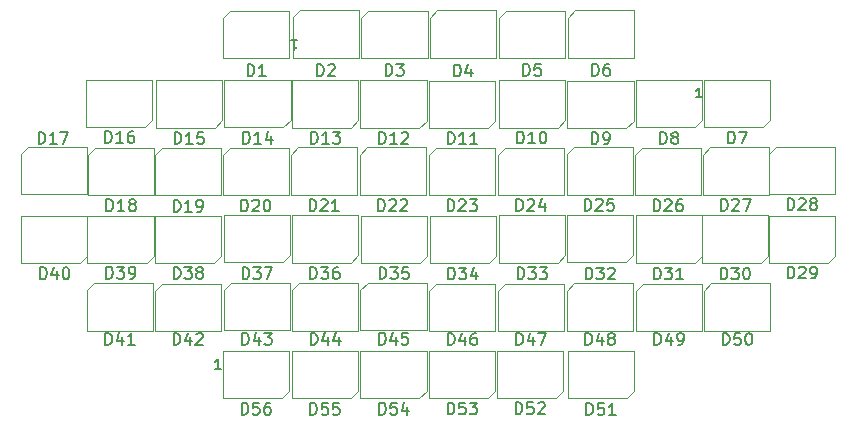
<source format=gbr>
%TF.GenerationSoftware,KiCad,Pcbnew,9.0.3*%
%TF.CreationDate,2025-07-31T16:26:09+05:30*%
%TF.ProjectId,new_ledMatrix,6e65775f-6c65-4644-9d61-747269782e6b,rev?*%
%TF.SameCoordinates,Original*%
%TF.FileFunction,Legend,Top*%
%TF.FilePolarity,Positive*%
%FSLAX46Y46*%
G04 Gerber Fmt 4.6, Leading zero omitted, Abs format (unit mm)*
G04 Created by KiCad (PCBNEW 9.0.3) date 2025-07-31 16:26:09*
%MOMM*%
%LPD*%
G01*
G04 APERTURE LIST*
%ADD10C,0.150000*%
%ADD11C,0.120000*%
G04 APERTURE END LIST*
D10*
X155815714Y-90284819D02*
X155815714Y-89284819D01*
X155815714Y-89284819D02*
X156053809Y-89284819D01*
X156053809Y-89284819D02*
X156196666Y-89332438D01*
X156196666Y-89332438D02*
X156291904Y-89427676D01*
X156291904Y-89427676D02*
X156339523Y-89522914D01*
X156339523Y-89522914D02*
X156387142Y-89713390D01*
X156387142Y-89713390D02*
X156387142Y-89856247D01*
X156387142Y-89856247D02*
X156339523Y-90046723D01*
X156339523Y-90046723D02*
X156291904Y-90141961D01*
X156291904Y-90141961D02*
X156196666Y-90237200D01*
X156196666Y-90237200D02*
X156053809Y-90284819D01*
X156053809Y-90284819D02*
X155815714Y-90284819D01*
X157244285Y-89618152D02*
X157244285Y-90284819D01*
X157006190Y-89237200D02*
X156768095Y-89951485D01*
X156768095Y-89951485D02*
X157387142Y-89951485D01*
X157815714Y-90284819D02*
X158006190Y-90284819D01*
X158006190Y-90284819D02*
X158101428Y-90237200D01*
X158101428Y-90237200D02*
X158149047Y-90189580D01*
X158149047Y-90189580D02*
X158244285Y-90046723D01*
X158244285Y-90046723D02*
X158291904Y-89856247D01*
X158291904Y-89856247D02*
X158291904Y-89475295D01*
X158291904Y-89475295D02*
X158244285Y-89380057D01*
X158244285Y-89380057D02*
X158196666Y-89332438D01*
X158196666Y-89332438D02*
X158101428Y-89284819D01*
X158101428Y-89284819D02*
X157910952Y-89284819D01*
X157910952Y-89284819D02*
X157815714Y-89332438D01*
X157815714Y-89332438D02*
X157768095Y-89380057D01*
X157768095Y-89380057D02*
X157720476Y-89475295D01*
X157720476Y-89475295D02*
X157720476Y-89713390D01*
X157720476Y-89713390D02*
X157768095Y-89808628D01*
X157768095Y-89808628D02*
X157815714Y-89856247D01*
X157815714Y-89856247D02*
X157910952Y-89903866D01*
X157910952Y-89903866D02*
X158101428Y-89903866D01*
X158101428Y-89903866D02*
X158196666Y-89856247D01*
X158196666Y-89856247D02*
X158244285Y-89808628D01*
X158244285Y-89808628D02*
X158291904Y-89713390D01*
X121371905Y-67514819D02*
X121371905Y-66514819D01*
X121371905Y-66514819D02*
X121610000Y-66514819D01*
X121610000Y-66514819D02*
X121752857Y-66562438D01*
X121752857Y-66562438D02*
X121848095Y-66657676D01*
X121848095Y-66657676D02*
X121895714Y-66752914D01*
X121895714Y-66752914D02*
X121943333Y-66943390D01*
X121943333Y-66943390D02*
X121943333Y-67086247D01*
X121943333Y-67086247D02*
X121895714Y-67276723D01*
X121895714Y-67276723D02*
X121848095Y-67371961D01*
X121848095Y-67371961D02*
X121752857Y-67467200D01*
X121752857Y-67467200D02*
X121610000Y-67514819D01*
X121610000Y-67514819D02*
X121371905Y-67514819D01*
X122895714Y-67514819D02*
X122324286Y-67514819D01*
X122610000Y-67514819D02*
X122610000Y-66514819D01*
X122610000Y-66514819D02*
X122514762Y-66657676D01*
X122514762Y-66657676D02*
X122419524Y-66752914D01*
X122419524Y-66752914D02*
X122324286Y-66800533D01*
X125081428Y-64487704D02*
X125538571Y-64487704D01*
X125309999Y-64487704D02*
X125309999Y-65287704D01*
X125309999Y-65287704D02*
X125386190Y-65173419D01*
X125386190Y-65173419D02*
X125462380Y-65097228D01*
X125462380Y-65097228D02*
X125538571Y-65059133D01*
X133061905Y-67484819D02*
X133061905Y-66484819D01*
X133061905Y-66484819D02*
X133300000Y-66484819D01*
X133300000Y-66484819D02*
X133442857Y-66532438D01*
X133442857Y-66532438D02*
X133538095Y-66627676D01*
X133538095Y-66627676D02*
X133585714Y-66722914D01*
X133585714Y-66722914D02*
X133633333Y-66913390D01*
X133633333Y-66913390D02*
X133633333Y-67056247D01*
X133633333Y-67056247D02*
X133585714Y-67246723D01*
X133585714Y-67246723D02*
X133538095Y-67341961D01*
X133538095Y-67341961D02*
X133442857Y-67437200D01*
X133442857Y-67437200D02*
X133300000Y-67484819D01*
X133300000Y-67484819D02*
X133061905Y-67484819D01*
X133966667Y-66484819D02*
X134585714Y-66484819D01*
X134585714Y-66484819D02*
X134252381Y-66865771D01*
X134252381Y-66865771D02*
X134395238Y-66865771D01*
X134395238Y-66865771D02*
X134490476Y-66913390D01*
X134490476Y-66913390D02*
X134538095Y-66961009D01*
X134538095Y-66961009D02*
X134585714Y-67056247D01*
X134585714Y-67056247D02*
X134585714Y-67294342D01*
X134585714Y-67294342D02*
X134538095Y-67389580D01*
X134538095Y-67389580D02*
X134490476Y-67437200D01*
X134490476Y-67437200D02*
X134395238Y-67484819D01*
X134395238Y-67484819D02*
X134109524Y-67484819D01*
X134109524Y-67484819D02*
X134014286Y-67437200D01*
X134014286Y-67437200D02*
X133966667Y-67389580D01*
X150045714Y-96204819D02*
X150045714Y-95204819D01*
X150045714Y-95204819D02*
X150283809Y-95204819D01*
X150283809Y-95204819D02*
X150426666Y-95252438D01*
X150426666Y-95252438D02*
X150521904Y-95347676D01*
X150521904Y-95347676D02*
X150569523Y-95442914D01*
X150569523Y-95442914D02*
X150617142Y-95633390D01*
X150617142Y-95633390D02*
X150617142Y-95776247D01*
X150617142Y-95776247D02*
X150569523Y-95966723D01*
X150569523Y-95966723D02*
X150521904Y-96061961D01*
X150521904Y-96061961D02*
X150426666Y-96157200D01*
X150426666Y-96157200D02*
X150283809Y-96204819D01*
X150283809Y-96204819D02*
X150045714Y-96204819D01*
X151521904Y-95204819D02*
X151045714Y-95204819D01*
X151045714Y-95204819D02*
X150998095Y-95681009D01*
X150998095Y-95681009D02*
X151045714Y-95633390D01*
X151045714Y-95633390D02*
X151140952Y-95585771D01*
X151140952Y-95585771D02*
X151379047Y-95585771D01*
X151379047Y-95585771D02*
X151474285Y-95633390D01*
X151474285Y-95633390D02*
X151521904Y-95681009D01*
X151521904Y-95681009D02*
X151569523Y-95776247D01*
X151569523Y-95776247D02*
X151569523Y-96014342D01*
X151569523Y-96014342D02*
X151521904Y-96109580D01*
X151521904Y-96109580D02*
X151474285Y-96157200D01*
X151474285Y-96157200D02*
X151379047Y-96204819D01*
X151379047Y-96204819D02*
X151140952Y-96204819D01*
X151140952Y-96204819D02*
X151045714Y-96157200D01*
X151045714Y-96157200D02*
X150998095Y-96109580D01*
X152521904Y-96204819D02*
X151950476Y-96204819D01*
X152236190Y-96204819D02*
X152236190Y-95204819D01*
X152236190Y-95204819D02*
X152140952Y-95347676D01*
X152140952Y-95347676D02*
X152045714Y-95442914D01*
X152045714Y-95442914D02*
X151950476Y-95490533D01*
X149905714Y-78914819D02*
X149905714Y-77914819D01*
X149905714Y-77914819D02*
X150143809Y-77914819D01*
X150143809Y-77914819D02*
X150286666Y-77962438D01*
X150286666Y-77962438D02*
X150381904Y-78057676D01*
X150381904Y-78057676D02*
X150429523Y-78152914D01*
X150429523Y-78152914D02*
X150477142Y-78343390D01*
X150477142Y-78343390D02*
X150477142Y-78486247D01*
X150477142Y-78486247D02*
X150429523Y-78676723D01*
X150429523Y-78676723D02*
X150381904Y-78771961D01*
X150381904Y-78771961D02*
X150286666Y-78867200D01*
X150286666Y-78867200D02*
X150143809Y-78914819D01*
X150143809Y-78914819D02*
X149905714Y-78914819D01*
X150858095Y-78010057D02*
X150905714Y-77962438D01*
X150905714Y-77962438D02*
X151000952Y-77914819D01*
X151000952Y-77914819D02*
X151239047Y-77914819D01*
X151239047Y-77914819D02*
X151334285Y-77962438D01*
X151334285Y-77962438D02*
X151381904Y-78010057D01*
X151381904Y-78010057D02*
X151429523Y-78105295D01*
X151429523Y-78105295D02*
X151429523Y-78200533D01*
X151429523Y-78200533D02*
X151381904Y-78343390D01*
X151381904Y-78343390D02*
X150810476Y-78914819D01*
X150810476Y-78914819D02*
X151429523Y-78914819D01*
X152334285Y-77914819D02*
X151858095Y-77914819D01*
X151858095Y-77914819D02*
X151810476Y-78391009D01*
X151810476Y-78391009D02*
X151858095Y-78343390D01*
X151858095Y-78343390D02*
X151953333Y-78295771D01*
X151953333Y-78295771D02*
X152191428Y-78295771D01*
X152191428Y-78295771D02*
X152286666Y-78343390D01*
X152286666Y-78343390D02*
X152334285Y-78391009D01*
X152334285Y-78391009D02*
X152381904Y-78486247D01*
X152381904Y-78486247D02*
X152381904Y-78724342D01*
X152381904Y-78724342D02*
X152334285Y-78819580D01*
X152334285Y-78819580D02*
X152286666Y-78867200D01*
X152286666Y-78867200D02*
X152191428Y-78914819D01*
X152191428Y-78914819D02*
X151953333Y-78914819D01*
X151953333Y-78914819D02*
X151858095Y-78867200D01*
X151858095Y-78867200D02*
X151810476Y-78819580D01*
X115115714Y-78994819D02*
X115115714Y-77994819D01*
X115115714Y-77994819D02*
X115353809Y-77994819D01*
X115353809Y-77994819D02*
X115496666Y-78042438D01*
X115496666Y-78042438D02*
X115591904Y-78137676D01*
X115591904Y-78137676D02*
X115639523Y-78232914D01*
X115639523Y-78232914D02*
X115687142Y-78423390D01*
X115687142Y-78423390D02*
X115687142Y-78566247D01*
X115687142Y-78566247D02*
X115639523Y-78756723D01*
X115639523Y-78756723D02*
X115591904Y-78851961D01*
X115591904Y-78851961D02*
X115496666Y-78947200D01*
X115496666Y-78947200D02*
X115353809Y-78994819D01*
X115353809Y-78994819D02*
X115115714Y-78994819D01*
X116639523Y-78994819D02*
X116068095Y-78994819D01*
X116353809Y-78994819D02*
X116353809Y-77994819D01*
X116353809Y-77994819D02*
X116258571Y-78137676D01*
X116258571Y-78137676D02*
X116163333Y-78232914D01*
X116163333Y-78232914D02*
X116068095Y-78280533D01*
X117115714Y-78994819D02*
X117306190Y-78994819D01*
X117306190Y-78994819D02*
X117401428Y-78947200D01*
X117401428Y-78947200D02*
X117449047Y-78899580D01*
X117449047Y-78899580D02*
X117544285Y-78756723D01*
X117544285Y-78756723D02*
X117591904Y-78566247D01*
X117591904Y-78566247D02*
X117591904Y-78185295D01*
X117591904Y-78185295D02*
X117544285Y-78090057D01*
X117544285Y-78090057D02*
X117496666Y-78042438D01*
X117496666Y-78042438D02*
X117401428Y-77994819D01*
X117401428Y-77994819D02*
X117210952Y-77994819D01*
X117210952Y-77994819D02*
X117115714Y-78042438D01*
X117115714Y-78042438D02*
X117068095Y-78090057D01*
X117068095Y-78090057D02*
X117020476Y-78185295D01*
X117020476Y-78185295D02*
X117020476Y-78423390D01*
X117020476Y-78423390D02*
X117068095Y-78518628D01*
X117068095Y-78518628D02*
X117115714Y-78566247D01*
X117115714Y-78566247D02*
X117210952Y-78613866D01*
X117210952Y-78613866D02*
X117401428Y-78613866D01*
X117401428Y-78613866D02*
X117496666Y-78566247D01*
X117496666Y-78566247D02*
X117544285Y-78518628D01*
X117544285Y-78518628D02*
X117591904Y-78423390D01*
X155735714Y-78954819D02*
X155735714Y-77954819D01*
X155735714Y-77954819D02*
X155973809Y-77954819D01*
X155973809Y-77954819D02*
X156116666Y-78002438D01*
X156116666Y-78002438D02*
X156211904Y-78097676D01*
X156211904Y-78097676D02*
X156259523Y-78192914D01*
X156259523Y-78192914D02*
X156307142Y-78383390D01*
X156307142Y-78383390D02*
X156307142Y-78526247D01*
X156307142Y-78526247D02*
X156259523Y-78716723D01*
X156259523Y-78716723D02*
X156211904Y-78811961D01*
X156211904Y-78811961D02*
X156116666Y-78907200D01*
X156116666Y-78907200D02*
X155973809Y-78954819D01*
X155973809Y-78954819D02*
X155735714Y-78954819D01*
X156688095Y-78050057D02*
X156735714Y-78002438D01*
X156735714Y-78002438D02*
X156830952Y-77954819D01*
X156830952Y-77954819D02*
X157069047Y-77954819D01*
X157069047Y-77954819D02*
X157164285Y-78002438D01*
X157164285Y-78002438D02*
X157211904Y-78050057D01*
X157211904Y-78050057D02*
X157259523Y-78145295D01*
X157259523Y-78145295D02*
X157259523Y-78240533D01*
X157259523Y-78240533D02*
X157211904Y-78383390D01*
X157211904Y-78383390D02*
X156640476Y-78954819D01*
X156640476Y-78954819D02*
X157259523Y-78954819D01*
X158116666Y-77954819D02*
X157926190Y-77954819D01*
X157926190Y-77954819D02*
X157830952Y-78002438D01*
X157830952Y-78002438D02*
X157783333Y-78050057D01*
X157783333Y-78050057D02*
X157688095Y-78192914D01*
X157688095Y-78192914D02*
X157640476Y-78383390D01*
X157640476Y-78383390D02*
X157640476Y-78764342D01*
X157640476Y-78764342D02*
X157688095Y-78859580D01*
X157688095Y-78859580D02*
X157735714Y-78907200D01*
X157735714Y-78907200D02*
X157830952Y-78954819D01*
X157830952Y-78954819D02*
X158021428Y-78954819D01*
X158021428Y-78954819D02*
X158116666Y-78907200D01*
X158116666Y-78907200D02*
X158164285Y-78859580D01*
X158164285Y-78859580D02*
X158211904Y-78764342D01*
X158211904Y-78764342D02*
X158211904Y-78526247D01*
X158211904Y-78526247D02*
X158164285Y-78431009D01*
X158164285Y-78431009D02*
X158116666Y-78383390D01*
X158116666Y-78383390D02*
X158021428Y-78335771D01*
X158021428Y-78335771D02*
X157830952Y-78335771D01*
X157830952Y-78335771D02*
X157735714Y-78383390D01*
X157735714Y-78383390D02*
X157688095Y-78431009D01*
X157688095Y-78431009D02*
X157640476Y-78526247D01*
X126615714Y-78944819D02*
X126615714Y-77944819D01*
X126615714Y-77944819D02*
X126853809Y-77944819D01*
X126853809Y-77944819D02*
X126996666Y-77992438D01*
X126996666Y-77992438D02*
X127091904Y-78087676D01*
X127091904Y-78087676D02*
X127139523Y-78182914D01*
X127139523Y-78182914D02*
X127187142Y-78373390D01*
X127187142Y-78373390D02*
X127187142Y-78516247D01*
X127187142Y-78516247D02*
X127139523Y-78706723D01*
X127139523Y-78706723D02*
X127091904Y-78801961D01*
X127091904Y-78801961D02*
X126996666Y-78897200D01*
X126996666Y-78897200D02*
X126853809Y-78944819D01*
X126853809Y-78944819D02*
X126615714Y-78944819D01*
X127568095Y-78040057D02*
X127615714Y-77992438D01*
X127615714Y-77992438D02*
X127710952Y-77944819D01*
X127710952Y-77944819D02*
X127949047Y-77944819D01*
X127949047Y-77944819D02*
X128044285Y-77992438D01*
X128044285Y-77992438D02*
X128091904Y-78040057D01*
X128091904Y-78040057D02*
X128139523Y-78135295D01*
X128139523Y-78135295D02*
X128139523Y-78230533D01*
X128139523Y-78230533D02*
X128091904Y-78373390D01*
X128091904Y-78373390D02*
X127520476Y-78944819D01*
X127520476Y-78944819D02*
X128139523Y-78944819D01*
X129091904Y-78944819D02*
X128520476Y-78944819D01*
X128806190Y-78944819D02*
X128806190Y-77944819D01*
X128806190Y-77944819D02*
X128710952Y-78087676D01*
X128710952Y-78087676D02*
X128615714Y-78182914D01*
X128615714Y-78182914D02*
X128520476Y-78230533D01*
X126675714Y-96184819D02*
X126675714Y-95184819D01*
X126675714Y-95184819D02*
X126913809Y-95184819D01*
X126913809Y-95184819D02*
X127056666Y-95232438D01*
X127056666Y-95232438D02*
X127151904Y-95327676D01*
X127151904Y-95327676D02*
X127199523Y-95422914D01*
X127199523Y-95422914D02*
X127247142Y-95613390D01*
X127247142Y-95613390D02*
X127247142Y-95756247D01*
X127247142Y-95756247D02*
X127199523Y-95946723D01*
X127199523Y-95946723D02*
X127151904Y-96041961D01*
X127151904Y-96041961D02*
X127056666Y-96137200D01*
X127056666Y-96137200D02*
X126913809Y-96184819D01*
X126913809Y-96184819D02*
X126675714Y-96184819D01*
X128151904Y-95184819D02*
X127675714Y-95184819D01*
X127675714Y-95184819D02*
X127628095Y-95661009D01*
X127628095Y-95661009D02*
X127675714Y-95613390D01*
X127675714Y-95613390D02*
X127770952Y-95565771D01*
X127770952Y-95565771D02*
X128009047Y-95565771D01*
X128009047Y-95565771D02*
X128104285Y-95613390D01*
X128104285Y-95613390D02*
X128151904Y-95661009D01*
X128151904Y-95661009D02*
X128199523Y-95756247D01*
X128199523Y-95756247D02*
X128199523Y-95994342D01*
X128199523Y-95994342D02*
X128151904Y-96089580D01*
X128151904Y-96089580D02*
X128104285Y-96137200D01*
X128104285Y-96137200D02*
X128009047Y-96184819D01*
X128009047Y-96184819D02*
X127770952Y-96184819D01*
X127770952Y-96184819D02*
X127675714Y-96137200D01*
X127675714Y-96137200D02*
X127628095Y-96089580D01*
X129104285Y-95184819D02*
X128628095Y-95184819D01*
X128628095Y-95184819D02*
X128580476Y-95661009D01*
X128580476Y-95661009D02*
X128628095Y-95613390D01*
X128628095Y-95613390D02*
X128723333Y-95565771D01*
X128723333Y-95565771D02*
X128961428Y-95565771D01*
X128961428Y-95565771D02*
X129056666Y-95613390D01*
X129056666Y-95613390D02*
X129104285Y-95661009D01*
X129104285Y-95661009D02*
X129151904Y-95756247D01*
X129151904Y-95756247D02*
X129151904Y-95994342D01*
X129151904Y-95994342D02*
X129104285Y-96089580D01*
X129104285Y-96089580D02*
X129056666Y-96137200D01*
X129056666Y-96137200D02*
X128961428Y-96184819D01*
X128961428Y-96184819D02*
X128723333Y-96184819D01*
X128723333Y-96184819D02*
X128628095Y-96137200D01*
X128628095Y-96137200D02*
X128580476Y-96089580D01*
X120855714Y-96174819D02*
X120855714Y-95174819D01*
X120855714Y-95174819D02*
X121093809Y-95174819D01*
X121093809Y-95174819D02*
X121236666Y-95222438D01*
X121236666Y-95222438D02*
X121331904Y-95317676D01*
X121331904Y-95317676D02*
X121379523Y-95412914D01*
X121379523Y-95412914D02*
X121427142Y-95603390D01*
X121427142Y-95603390D02*
X121427142Y-95746247D01*
X121427142Y-95746247D02*
X121379523Y-95936723D01*
X121379523Y-95936723D02*
X121331904Y-96031961D01*
X121331904Y-96031961D02*
X121236666Y-96127200D01*
X121236666Y-96127200D02*
X121093809Y-96174819D01*
X121093809Y-96174819D02*
X120855714Y-96174819D01*
X122331904Y-95174819D02*
X121855714Y-95174819D01*
X121855714Y-95174819D02*
X121808095Y-95651009D01*
X121808095Y-95651009D02*
X121855714Y-95603390D01*
X121855714Y-95603390D02*
X121950952Y-95555771D01*
X121950952Y-95555771D02*
X122189047Y-95555771D01*
X122189047Y-95555771D02*
X122284285Y-95603390D01*
X122284285Y-95603390D02*
X122331904Y-95651009D01*
X122331904Y-95651009D02*
X122379523Y-95746247D01*
X122379523Y-95746247D02*
X122379523Y-95984342D01*
X122379523Y-95984342D02*
X122331904Y-96079580D01*
X122331904Y-96079580D02*
X122284285Y-96127200D01*
X122284285Y-96127200D02*
X122189047Y-96174819D01*
X122189047Y-96174819D02*
X121950952Y-96174819D01*
X121950952Y-96174819D02*
X121855714Y-96127200D01*
X121855714Y-96127200D02*
X121808095Y-96079580D01*
X123236666Y-95174819D02*
X123046190Y-95174819D01*
X123046190Y-95174819D02*
X122950952Y-95222438D01*
X122950952Y-95222438D02*
X122903333Y-95270057D01*
X122903333Y-95270057D02*
X122808095Y-95412914D01*
X122808095Y-95412914D02*
X122760476Y-95603390D01*
X122760476Y-95603390D02*
X122760476Y-95984342D01*
X122760476Y-95984342D02*
X122808095Y-96079580D01*
X122808095Y-96079580D02*
X122855714Y-96127200D01*
X122855714Y-96127200D02*
X122950952Y-96174819D01*
X122950952Y-96174819D02*
X123141428Y-96174819D01*
X123141428Y-96174819D02*
X123236666Y-96127200D01*
X123236666Y-96127200D02*
X123284285Y-96079580D01*
X123284285Y-96079580D02*
X123331904Y-95984342D01*
X123331904Y-95984342D02*
X123331904Y-95746247D01*
X123331904Y-95746247D02*
X123284285Y-95651009D01*
X123284285Y-95651009D02*
X123236666Y-95603390D01*
X123236666Y-95603390D02*
X123141428Y-95555771D01*
X123141428Y-95555771D02*
X122950952Y-95555771D01*
X122950952Y-95555771D02*
X122855714Y-95603390D01*
X122855714Y-95603390D02*
X122808095Y-95651009D01*
X122808095Y-95651009D02*
X122760476Y-95746247D01*
X119098571Y-92277295D02*
X118641428Y-92277295D01*
X118870000Y-92277295D02*
X118870000Y-91477295D01*
X118870000Y-91477295D02*
X118793809Y-91591580D01*
X118793809Y-91591580D02*
X118717619Y-91667771D01*
X118717619Y-91667771D02*
X118641428Y-91705866D01*
X103665714Y-73244819D02*
X103665714Y-72244819D01*
X103665714Y-72244819D02*
X103903809Y-72244819D01*
X103903809Y-72244819D02*
X104046666Y-72292438D01*
X104046666Y-72292438D02*
X104141904Y-72387676D01*
X104141904Y-72387676D02*
X104189523Y-72482914D01*
X104189523Y-72482914D02*
X104237142Y-72673390D01*
X104237142Y-72673390D02*
X104237142Y-72816247D01*
X104237142Y-72816247D02*
X104189523Y-73006723D01*
X104189523Y-73006723D02*
X104141904Y-73101961D01*
X104141904Y-73101961D02*
X104046666Y-73197200D01*
X104046666Y-73197200D02*
X103903809Y-73244819D01*
X103903809Y-73244819D02*
X103665714Y-73244819D01*
X105189523Y-73244819D02*
X104618095Y-73244819D01*
X104903809Y-73244819D02*
X104903809Y-72244819D01*
X104903809Y-72244819D02*
X104808571Y-72387676D01*
X104808571Y-72387676D02*
X104713333Y-72482914D01*
X104713333Y-72482914D02*
X104618095Y-72530533D01*
X105522857Y-72244819D02*
X106189523Y-72244819D01*
X106189523Y-72244819D02*
X105760952Y-73244819D01*
X132505714Y-96174819D02*
X132505714Y-95174819D01*
X132505714Y-95174819D02*
X132743809Y-95174819D01*
X132743809Y-95174819D02*
X132886666Y-95222438D01*
X132886666Y-95222438D02*
X132981904Y-95317676D01*
X132981904Y-95317676D02*
X133029523Y-95412914D01*
X133029523Y-95412914D02*
X133077142Y-95603390D01*
X133077142Y-95603390D02*
X133077142Y-95746247D01*
X133077142Y-95746247D02*
X133029523Y-95936723D01*
X133029523Y-95936723D02*
X132981904Y-96031961D01*
X132981904Y-96031961D02*
X132886666Y-96127200D01*
X132886666Y-96127200D02*
X132743809Y-96174819D01*
X132743809Y-96174819D02*
X132505714Y-96174819D01*
X133981904Y-95174819D02*
X133505714Y-95174819D01*
X133505714Y-95174819D02*
X133458095Y-95651009D01*
X133458095Y-95651009D02*
X133505714Y-95603390D01*
X133505714Y-95603390D02*
X133600952Y-95555771D01*
X133600952Y-95555771D02*
X133839047Y-95555771D01*
X133839047Y-95555771D02*
X133934285Y-95603390D01*
X133934285Y-95603390D02*
X133981904Y-95651009D01*
X133981904Y-95651009D02*
X134029523Y-95746247D01*
X134029523Y-95746247D02*
X134029523Y-95984342D01*
X134029523Y-95984342D02*
X133981904Y-96079580D01*
X133981904Y-96079580D02*
X133934285Y-96127200D01*
X133934285Y-96127200D02*
X133839047Y-96174819D01*
X133839047Y-96174819D02*
X133600952Y-96174819D01*
X133600952Y-96174819D02*
X133505714Y-96127200D01*
X133505714Y-96127200D02*
X133458095Y-96079580D01*
X134886666Y-95508152D02*
X134886666Y-96174819D01*
X134648571Y-95127200D02*
X134410476Y-95841485D01*
X134410476Y-95841485D02*
X135029523Y-95841485D01*
X127241905Y-67514819D02*
X127241905Y-66514819D01*
X127241905Y-66514819D02*
X127480000Y-66514819D01*
X127480000Y-66514819D02*
X127622857Y-66562438D01*
X127622857Y-66562438D02*
X127718095Y-66657676D01*
X127718095Y-66657676D02*
X127765714Y-66752914D01*
X127765714Y-66752914D02*
X127813333Y-66943390D01*
X127813333Y-66943390D02*
X127813333Y-67086247D01*
X127813333Y-67086247D02*
X127765714Y-67276723D01*
X127765714Y-67276723D02*
X127718095Y-67371961D01*
X127718095Y-67371961D02*
X127622857Y-67467200D01*
X127622857Y-67467200D02*
X127480000Y-67514819D01*
X127480000Y-67514819D02*
X127241905Y-67514819D01*
X128194286Y-66610057D02*
X128241905Y-66562438D01*
X128241905Y-66562438D02*
X128337143Y-66514819D01*
X128337143Y-66514819D02*
X128575238Y-66514819D01*
X128575238Y-66514819D02*
X128670476Y-66562438D01*
X128670476Y-66562438D02*
X128718095Y-66610057D01*
X128718095Y-66610057D02*
X128765714Y-66705295D01*
X128765714Y-66705295D02*
X128765714Y-66800533D01*
X128765714Y-66800533D02*
X128718095Y-66943390D01*
X128718095Y-66943390D02*
X128146667Y-67514819D01*
X128146667Y-67514819D02*
X128765714Y-67514819D01*
X138305714Y-78954819D02*
X138305714Y-77954819D01*
X138305714Y-77954819D02*
X138543809Y-77954819D01*
X138543809Y-77954819D02*
X138686666Y-78002438D01*
X138686666Y-78002438D02*
X138781904Y-78097676D01*
X138781904Y-78097676D02*
X138829523Y-78192914D01*
X138829523Y-78192914D02*
X138877142Y-78383390D01*
X138877142Y-78383390D02*
X138877142Y-78526247D01*
X138877142Y-78526247D02*
X138829523Y-78716723D01*
X138829523Y-78716723D02*
X138781904Y-78811961D01*
X138781904Y-78811961D02*
X138686666Y-78907200D01*
X138686666Y-78907200D02*
X138543809Y-78954819D01*
X138543809Y-78954819D02*
X138305714Y-78954819D01*
X139258095Y-78050057D02*
X139305714Y-78002438D01*
X139305714Y-78002438D02*
X139400952Y-77954819D01*
X139400952Y-77954819D02*
X139639047Y-77954819D01*
X139639047Y-77954819D02*
X139734285Y-78002438D01*
X139734285Y-78002438D02*
X139781904Y-78050057D01*
X139781904Y-78050057D02*
X139829523Y-78145295D01*
X139829523Y-78145295D02*
X139829523Y-78240533D01*
X139829523Y-78240533D02*
X139781904Y-78383390D01*
X139781904Y-78383390D02*
X139210476Y-78954819D01*
X139210476Y-78954819D02*
X139829523Y-78954819D01*
X140162857Y-77954819D02*
X140781904Y-77954819D01*
X140781904Y-77954819D02*
X140448571Y-78335771D01*
X140448571Y-78335771D02*
X140591428Y-78335771D01*
X140591428Y-78335771D02*
X140686666Y-78383390D01*
X140686666Y-78383390D02*
X140734285Y-78431009D01*
X140734285Y-78431009D02*
X140781904Y-78526247D01*
X140781904Y-78526247D02*
X140781904Y-78764342D01*
X140781904Y-78764342D02*
X140734285Y-78859580D01*
X140734285Y-78859580D02*
X140686666Y-78907200D01*
X140686666Y-78907200D02*
X140591428Y-78954819D01*
X140591428Y-78954819D02*
X140305714Y-78954819D01*
X140305714Y-78954819D02*
X140210476Y-78907200D01*
X140210476Y-78907200D02*
X140162857Y-78859580D01*
X162051905Y-73214819D02*
X162051905Y-72214819D01*
X162051905Y-72214819D02*
X162290000Y-72214819D01*
X162290000Y-72214819D02*
X162432857Y-72262438D01*
X162432857Y-72262438D02*
X162528095Y-72357676D01*
X162528095Y-72357676D02*
X162575714Y-72452914D01*
X162575714Y-72452914D02*
X162623333Y-72643390D01*
X162623333Y-72643390D02*
X162623333Y-72786247D01*
X162623333Y-72786247D02*
X162575714Y-72976723D01*
X162575714Y-72976723D02*
X162528095Y-73071961D01*
X162528095Y-73071961D02*
X162432857Y-73167200D01*
X162432857Y-73167200D02*
X162290000Y-73214819D01*
X162290000Y-73214819D02*
X162051905Y-73214819D01*
X162956667Y-72214819D02*
X163623333Y-72214819D01*
X163623333Y-72214819D02*
X163194762Y-73214819D01*
X159818571Y-69317295D02*
X159361428Y-69317295D01*
X159590000Y-69317295D02*
X159590000Y-68517295D01*
X159590000Y-68517295D02*
X159513809Y-68631580D01*
X159513809Y-68631580D02*
X159437619Y-68707771D01*
X159437619Y-68707771D02*
X159361428Y-68745866D01*
X132545714Y-84684819D02*
X132545714Y-83684819D01*
X132545714Y-83684819D02*
X132783809Y-83684819D01*
X132783809Y-83684819D02*
X132926666Y-83732438D01*
X132926666Y-83732438D02*
X133021904Y-83827676D01*
X133021904Y-83827676D02*
X133069523Y-83922914D01*
X133069523Y-83922914D02*
X133117142Y-84113390D01*
X133117142Y-84113390D02*
X133117142Y-84256247D01*
X133117142Y-84256247D02*
X133069523Y-84446723D01*
X133069523Y-84446723D02*
X133021904Y-84541961D01*
X133021904Y-84541961D02*
X132926666Y-84637200D01*
X132926666Y-84637200D02*
X132783809Y-84684819D01*
X132783809Y-84684819D02*
X132545714Y-84684819D01*
X133450476Y-83684819D02*
X134069523Y-83684819D01*
X134069523Y-83684819D02*
X133736190Y-84065771D01*
X133736190Y-84065771D02*
X133879047Y-84065771D01*
X133879047Y-84065771D02*
X133974285Y-84113390D01*
X133974285Y-84113390D02*
X134021904Y-84161009D01*
X134021904Y-84161009D02*
X134069523Y-84256247D01*
X134069523Y-84256247D02*
X134069523Y-84494342D01*
X134069523Y-84494342D02*
X134021904Y-84589580D01*
X134021904Y-84589580D02*
X133974285Y-84637200D01*
X133974285Y-84637200D02*
X133879047Y-84684819D01*
X133879047Y-84684819D02*
X133593333Y-84684819D01*
X133593333Y-84684819D02*
X133498095Y-84637200D01*
X133498095Y-84637200D02*
X133450476Y-84589580D01*
X134974285Y-83684819D02*
X134498095Y-83684819D01*
X134498095Y-83684819D02*
X134450476Y-84161009D01*
X134450476Y-84161009D02*
X134498095Y-84113390D01*
X134498095Y-84113390D02*
X134593333Y-84065771D01*
X134593333Y-84065771D02*
X134831428Y-84065771D01*
X134831428Y-84065771D02*
X134926666Y-84113390D01*
X134926666Y-84113390D02*
X134974285Y-84161009D01*
X134974285Y-84161009D02*
X135021904Y-84256247D01*
X135021904Y-84256247D02*
X135021904Y-84494342D01*
X135021904Y-84494342D02*
X134974285Y-84589580D01*
X134974285Y-84589580D02*
X134926666Y-84637200D01*
X134926666Y-84637200D02*
X134831428Y-84684819D01*
X134831428Y-84684819D02*
X134593333Y-84684819D01*
X134593333Y-84684819D02*
X134498095Y-84637200D01*
X134498095Y-84637200D02*
X134450476Y-84589580D01*
X126725714Y-73224819D02*
X126725714Y-72224819D01*
X126725714Y-72224819D02*
X126963809Y-72224819D01*
X126963809Y-72224819D02*
X127106666Y-72272438D01*
X127106666Y-72272438D02*
X127201904Y-72367676D01*
X127201904Y-72367676D02*
X127249523Y-72462914D01*
X127249523Y-72462914D02*
X127297142Y-72653390D01*
X127297142Y-72653390D02*
X127297142Y-72796247D01*
X127297142Y-72796247D02*
X127249523Y-72986723D01*
X127249523Y-72986723D02*
X127201904Y-73081961D01*
X127201904Y-73081961D02*
X127106666Y-73177200D01*
X127106666Y-73177200D02*
X126963809Y-73224819D01*
X126963809Y-73224819D02*
X126725714Y-73224819D01*
X128249523Y-73224819D02*
X127678095Y-73224819D01*
X127963809Y-73224819D02*
X127963809Y-72224819D01*
X127963809Y-72224819D02*
X127868571Y-72367676D01*
X127868571Y-72367676D02*
X127773333Y-72462914D01*
X127773333Y-72462914D02*
X127678095Y-72510533D01*
X128582857Y-72224819D02*
X129201904Y-72224819D01*
X129201904Y-72224819D02*
X128868571Y-72605771D01*
X128868571Y-72605771D02*
X129011428Y-72605771D01*
X129011428Y-72605771D02*
X129106666Y-72653390D01*
X129106666Y-72653390D02*
X129154285Y-72701009D01*
X129154285Y-72701009D02*
X129201904Y-72796247D01*
X129201904Y-72796247D02*
X129201904Y-73034342D01*
X129201904Y-73034342D02*
X129154285Y-73129580D01*
X129154285Y-73129580D02*
X129106666Y-73177200D01*
X129106666Y-73177200D02*
X129011428Y-73224819D01*
X129011428Y-73224819D02*
X128725714Y-73224819D01*
X128725714Y-73224819D02*
X128630476Y-73177200D01*
X128630476Y-73177200D02*
X128582857Y-73129580D01*
X161605714Y-90274819D02*
X161605714Y-89274819D01*
X161605714Y-89274819D02*
X161843809Y-89274819D01*
X161843809Y-89274819D02*
X161986666Y-89322438D01*
X161986666Y-89322438D02*
X162081904Y-89417676D01*
X162081904Y-89417676D02*
X162129523Y-89512914D01*
X162129523Y-89512914D02*
X162177142Y-89703390D01*
X162177142Y-89703390D02*
X162177142Y-89846247D01*
X162177142Y-89846247D02*
X162129523Y-90036723D01*
X162129523Y-90036723D02*
X162081904Y-90131961D01*
X162081904Y-90131961D02*
X161986666Y-90227200D01*
X161986666Y-90227200D02*
X161843809Y-90274819D01*
X161843809Y-90274819D02*
X161605714Y-90274819D01*
X163081904Y-89274819D02*
X162605714Y-89274819D01*
X162605714Y-89274819D02*
X162558095Y-89751009D01*
X162558095Y-89751009D02*
X162605714Y-89703390D01*
X162605714Y-89703390D02*
X162700952Y-89655771D01*
X162700952Y-89655771D02*
X162939047Y-89655771D01*
X162939047Y-89655771D02*
X163034285Y-89703390D01*
X163034285Y-89703390D02*
X163081904Y-89751009D01*
X163081904Y-89751009D02*
X163129523Y-89846247D01*
X163129523Y-89846247D02*
X163129523Y-90084342D01*
X163129523Y-90084342D02*
X163081904Y-90179580D01*
X163081904Y-90179580D02*
X163034285Y-90227200D01*
X163034285Y-90227200D02*
X162939047Y-90274819D01*
X162939047Y-90274819D02*
X162700952Y-90274819D01*
X162700952Y-90274819D02*
X162605714Y-90227200D01*
X162605714Y-90227200D02*
X162558095Y-90179580D01*
X163748571Y-89274819D02*
X163843809Y-89274819D01*
X163843809Y-89274819D02*
X163939047Y-89322438D01*
X163939047Y-89322438D02*
X163986666Y-89370057D01*
X163986666Y-89370057D02*
X164034285Y-89465295D01*
X164034285Y-89465295D02*
X164081904Y-89655771D01*
X164081904Y-89655771D02*
X164081904Y-89893866D01*
X164081904Y-89893866D02*
X164034285Y-90084342D01*
X164034285Y-90084342D02*
X163986666Y-90179580D01*
X163986666Y-90179580D02*
X163939047Y-90227200D01*
X163939047Y-90227200D02*
X163843809Y-90274819D01*
X163843809Y-90274819D02*
X163748571Y-90274819D01*
X163748571Y-90274819D02*
X163653333Y-90227200D01*
X163653333Y-90227200D02*
X163605714Y-90179580D01*
X163605714Y-90179580D02*
X163558095Y-90084342D01*
X163558095Y-90084342D02*
X163510476Y-89893866D01*
X163510476Y-89893866D02*
X163510476Y-89655771D01*
X163510476Y-89655771D02*
X163558095Y-89465295D01*
X163558095Y-89465295D02*
X163605714Y-89370057D01*
X163605714Y-89370057D02*
X163653333Y-89322438D01*
X163653333Y-89322438D02*
X163748571Y-89274819D01*
X144125714Y-78924819D02*
X144125714Y-77924819D01*
X144125714Y-77924819D02*
X144363809Y-77924819D01*
X144363809Y-77924819D02*
X144506666Y-77972438D01*
X144506666Y-77972438D02*
X144601904Y-78067676D01*
X144601904Y-78067676D02*
X144649523Y-78162914D01*
X144649523Y-78162914D02*
X144697142Y-78353390D01*
X144697142Y-78353390D02*
X144697142Y-78496247D01*
X144697142Y-78496247D02*
X144649523Y-78686723D01*
X144649523Y-78686723D02*
X144601904Y-78781961D01*
X144601904Y-78781961D02*
X144506666Y-78877200D01*
X144506666Y-78877200D02*
X144363809Y-78924819D01*
X144363809Y-78924819D02*
X144125714Y-78924819D01*
X145078095Y-78020057D02*
X145125714Y-77972438D01*
X145125714Y-77972438D02*
X145220952Y-77924819D01*
X145220952Y-77924819D02*
X145459047Y-77924819D01*
X145459047Y-77924819D02*
X145554285Y-77972438D01*
X145554285Y-77972438D02*
X145601904Y-78020057D01*
X145601904Y-78020057D02*
X145649523Y-78115295D01*
X145649523Y-78115295D02*
X145649523Y-78210533D01*
X145649523Y-78210533D02*
X145601904Y-78353390D01*
X145601904Y-78353390D02*
X145030476Y-78924819D01*
X145030476Y-78924819D02*
X145649523Y-78924819D01*
X146506666Y-78258152D02*
X146506666Y-78924819D01*
X146268571Y-77877200D02*
X146030476Y-78591485D01*
X146030476Y-78591485D02*
X146649523Y-78591485D01*
X115185714Y-73264819D02*
X115185714Y-72264819D01*
X115185714Y-72264819D02*
X115423809Y-72264819D01*
X115423809Y-72264819D02*
X115566666Y-72312438D01*
X115566666Y-72312438D02*
X115661904Y-72407676D01*
X115661904Y-72407676D02*
X115709523Y-72502914D01*
X115709523Y-72502914D02*
X115757142Y-72693390D01*
X115757142Y-72693390D02*
X115757142Y-72836247D01*
X115757142Y-72836247D02*
X115709523Y-73026723D01*
X115709523Y-73026723D02*
X115661904Y-73121961D01*
X115661904Y-73121961D02*
X115566666Y-73217200D01*
X115566666Y-73217200D02*
X115423809Y-73264819D01*
X115423809Y-73264819D02*
X115185714Y-73264819D01*
X116709523Y-73264819D02*
X116138095Y-73264819D01*
X116423809Y-73264819D02*
X116423809Y-72264819D01*
X116423809Y-72264819D02*
X116328571Y-72407676D01*
X116328571Y-72407676D02*
X116233333Y-72502914D01*
X116233333Y-72502914D02*
X116138095Y-72550533D01*
X117614285Y-72264819D02*
X117138095Y-72264819D01*
X117138095Y-72264819D02*
X117090476Y-72741009D01*
X117090476Y-72741009D02*
X117138095Y-72693390D01*
X117138095Y-72693390D02*
X117233333Y-72645771D01*
X117233333Y-72645771D02*
X117471428Y-72645771D01*
X117471428Y-72645771D02*
X117566666Y-72693390D01*
X117566666Y-72693390D02*
X117614285Y-72741009D01*
X117614285Y-72741009D02*
X117661904Y-72836247D01*
X117661904Y-72836247D02*
X117661904Y-73074342D01*
X117661904Y-73074342D02*
X117614285Y-73169580D01*
X117614285Y-73169580D02*
X117566666Y-73217200D01*
X117566666Y-73217200D02*
X117471428Y-73264819D01*
X117471428Y-73264819D02*
X117233333Y-73264819D01*
X117233333Y-73264819D02*
X117138095Y-73217200D01*
X117138095Y-73217200D02*
X117090476Y-73169580D01*
X161445714Y-78914819D02*
X161445714Y-77914819D01*
X161445714Y-77914819D02*
X161683809Y-77914819D01*
X161683809Y-77914819D02*
X161826666Y-77962438D01*
X161826666Y-77962438D02*
X161921904Y-78057676D01*
X161921904Y-78057676D02*
X161969523Y-78152914D01*
X161969523Y-78152914D02*
X162017142Y-78343390D01*
X162017142Y-78343390D02*
X162017142Y-78486247D01*
X162017142Y-78486247D02*
X161969523Y-78676723D01*
X161969523Y-78676723D02*
X161921904Y-78771961D01*
X161921904Y-78771961D02*
X161826666Y-78867200D01*
X161826666Y-78867200D02*
X161683809Y-78914819D01*
X161683809Y-78914819D02*
X161445714Y-78914819D01*
X162398095Y-78010057D02*
X162445714Y-77962438D01*
X162445714Y-77962438D02*
X162540952Y-77914819D01*
X162540952Y-77914819D02*
X162779047Y-77914819D01*
X162779047Y-77914819D02*
X162874285Y-77962438D01*
X162874285Y-77962438D02*
X162921904Y-78010057D01*
X162921904Y-78010057D02*
X162969523Y-78105295D01*
X162969523Y-78105295D02*
X162969523Y-78200533D01*
X162969523Y-78200533D02*
X162921904Y-78343390D01*
X162921904Y-78343390D02*
X162350476Y-78914819D01*
X162350476Y-78914819D02*
X162969523Y-78914819D01*
X163302857Y-77914819D02*
X163969523Y-77914819D01*
X163969523Y-77914819D02*
X163540952Y-78914819D01*
X138305714Y-96154819D02*
X138305714Y-95154819D01*
X138305714Y-95154819D02*
X138543809Y-95154819D01*
X138543809Y-95154819D02*
X138686666Y-95202438D01*
X138686666Y-95202438D02*
X138781904Y-95297676D01*
X138781904Y-95297676D02*
X138829523Y-95392914D01*
X138829523Y-95392914D02*
X138877142Y-95583390D01*
X138877142Y-95583390D02*
X138877142Y-95726247D01*
X138877142Y-95726247D02*
X138829523Y-95916723D01*
X138829523Y-95916723D02*
X138781904Y-96011961D01*
X138781904Y-96011961D02*
X138686666Y-96107200D01*
X138686666Y-96107200D02*
X138543809Y-96154819D01*
X138543809Y-96154819D02*
X138305714Y-96154819D01*
X139781904Y-95154819D02*
X139305714Y-95154819D01*
X139305714Y-95154819D02*
X139258095Y-95631009D01*
X139258095Y-95631009D02*
X139305714Y-95583390D01*
X139305714Y-95583390D02*
X139400952Y-95535771D01*
X139400952Y-95535771D02*
X139639047Y-95535771D01*
X139639047Y-95535771D02*
X139734285Y-95583390D01*
X139734285Y-95583390D02*
X139781904Y-95631009D01*
X139781904Y-95631009D02*
X139829523Y-95726247D01*
X139829523Y-95726247D02*
X139829523Y-95964342D01*
X139829523Y-95964342D02*
X139781904Y-96059580D01*
X139781904Y-96059580D02*
X139734285Y-96107200D01*
X139734285Y-96107200D02*
X139639047Y-96154819D01*
X139639047Y-96154819D02*
X139400952Y-96154819D01*
X139400952Y-96154819D02*
X139305714Y-96107200D01*
X139305714Y-96107200D02*
X139258095Y-96059580D01*
X140162857Y-95154819D02*
X140781904Y-95154819D01*
X140781904Y-95154819D02*
X140448571Y-95535771D01*
X140448571Y-95535771D02*
X140591428Y-95535771D01*
X140591428Y-95535771D02*
X140686666Y-95583390D01*
X140686666Y-95583390D02*
X140734285Y-95631009D01*
X140734285Y-95631009D02*
X140781904Y-95726247D01*
X140781904Y-95726247D02*
X140781904Y-95964342D01*
X140781904Y-95964342D02*
X140734285Y-96059580D01*
X140734285Y-96059580D02*
X140686666Y-96107200D01*
X140686666Y-96107200D02*
X140591428Y-96154819D01*
X140591428Y-96154819D02*
X140305714Y-96154819D01*
X140305714Y-96154819D02*
X140210476Y-96107200D01*
X140210476Y-96107200D02*
X140162857Y-96059580D01*
X109395714Y-84654819D02*
X109395714Y-83654819D01*
X109395714Y-83654819D02*
X109633809Y-83654819D01*
X109633809Y-83654819D02*
X109776666Y-83702438D01*
X109776666Y-83702438D02*
X109871904Y-83797676D01*
X109871904Y-83797676D02*
X109919523Y-83892914D01*
X109919523Y-83892914D02*
X109967142Y-84083390D01*
X109967142Y-84083390D02*
X109967142Y-84226247D01*
X109967142Y-84226247D02*
X109919523Y-84416723D01*
X109919523Y-84416723D02*
X109871904Y-84511961D01*
X109871904Y-84511961D02*
X109776666Y-84607200D01*
X109776666Y-84607200D02*
X109633809Y-84654819D01*
X109633809Y-84654819D02*
X109395714Y-84654819D01*
X110300476Y-83654819D02*
X110919523Y-83654819D01*
X110919523Y-83654819D02*
X110586190Y-84035771D01*
X110586190Y-84035771D02*
X110729047Y-84035771D01*
X110729047Y-84035771D02*
X110824285Y-84083390D01*
X110824285Y-84083390D02*
X110871904Y-84131009D01*
X110871904Y-84131009D02*
X110919523Y-84226247D01*
X110919523Y-84226247D02*
X110919523Y-84464342D01*
X110919523Y-84464342D02*
X110871904Y-84559580D01*
X110871904Y-84559580D02*
X110824285Y-84607200D01*
X110824285Y-84607200D02*
X110729047Y-84654819D01*
X110729047Y-84654819D02*
X110443333Y-84654819D01*
X110443333Y-84654819D02*
X110348095Y-84607200D01*
X110348095Y-84607200D02*
X110300476Y-84559580D01*
X111395714Y-84654819D02*
X111586190Y-84654819D01*
X111586190Y-84654819D02*
X111681428Y-84607200D01*
X111681428Y-84607200D02*
X111729047Y-84559580D01*
X111729047Y-84559580D02*
X111824285Y-84416723D01*
X111824285Y-84416723D02*
X111871904Y-84226247D01*
X111871904Y-84226247D02*
X111871904Y-83845295D01*
X111871904Y-83845295D02*
X111824285Y-83750057D01*
X111824285Y-83750057D02*
X111776666Y-83702438D01*
X111776666Y-83702438D02*
X111681428Y-83654819D01*
X111681428Y-83654819D02*
X111490952Y-83654819D01*
X111490952Y-83654819D02*
X111395714Y-83702438D01*
X111395714Y-83702438D02*
X111348095Y-83750057D01*
X111348095Y-83750057D02*
X111300476Y-83845295D01*
X111300476Y-83845295D02*
X111300476Y-84083390D01*
X111300476Y-84083390D02*
X111348095Y-84178628D01*
X111348095Y-84178628D02*
X111395714Y-84226247D01*
X111395714Y-84226247D02*
X111490952Y-84273866D01*
X111490952Y-84273866D02*
X111681428Y-84273866D01*
X111681428Y-84273866D02*
X111776666Y-84226247D01*
X111776666Y-84226247D02*
X111824285Y-84178628D01*
X111824285Y-84178628D02*
X111871904Y-84083390D01*
X109415714Y-78944819D02*
X109415714Y-77944819D01*
X109415714Y-77944819D02*
X109653809Y-77944819D01*
X109653809Y-77944819D02*
X109796666Y-77992438D01*
X109796666Y-77992438D02*
X109891904Y-78087676D01*
X109891904Y-78087676D02*
X109939523Y-78182914D01*
X109939523Y-78182914D02*
X109987142Y-78373390D01*
X109987142Y-78373390D02*
X109987142Y-78516247D01*
X109987142Y-78516247D02*
X109939523Y-78706723D01*
X109939523Y-78706723D02*
X109891904Y-78801961D01*
X109891904Y-78801961D02*
X109796666Y-78897200D01*
X109796666Y-78897200D02*
X109653809Y-78944819D01*
X109653809Y-78944819D02*
X109415714Y-78944819D01*
X110939523Y-78944819D02*
X110368095Y-78944819D01*
X110653809Y-78944819D02*
X110653809Y-77944819D01*
X110653809Y-77944819D02*
X110558571Y-78087676D01*
X110558571Y-78087676D02*
X110463333Y-78182914D01*
X110463333Y-78182914D02*
X110368095Y-78230533D01*
X111510952Y-78373390D02*
X111415714Y-78325771D01*
X111415714Y-78325771D02*
X111368095Y-78278152D01*
X111368095Y-78278152D02*
X111320476Y-78182914D01*
X111320476Y-78182914D02*
X111320476Y-78135295D01*
X111320476Y-78135295D02*
X111368095Y-78040057D01*
X111368095Y-78040057D02*
X111415714Y-77992438D01*
X111415714Y-77992438D02*
X111510952Y-77944819D01*
X111510952Y-77944819D02*
X111701428Y-77944819D01*
X111701428Y-77944819D02*
X111796666Y-77992438D01*
X111796666Y-77992438D02*
X111844285Y-78040057D01*
X111844285Y-78040057D02*
X111891904Y-78135295D01*
X111891904Y-78135295D02*
X111891904Y-78182914D01*
X111891904Y-78182914D02*
X111844285Y-78278152D01*
X111844285Y-78278152D02*
X111796666Y-78325771D01*
X111796666Y-78325771D02*
X111701428Y-78373390D01*
X111701428Y-78373390D02*
X111510952Y-78373390D01*
X111510952Y-78373390D02*
X111415714Y-78421009D01*
X111415714Y-78421009D02*
X111368095Y-78468628D01*
X111368095Y-78468628D02*
X111320476Y-78563866D01*
X111320476Y-78563866D02*
X111320476Y-78754342D01*
X111320476Y-78754342D02*
X111368095Y-78849580D01*
X111368095Y-78849580D02*
X111415714Y-78897200D01*
X111415714Y-78897200D02*
X111510952Y-78944819D01*
X111510952Y-78944819D02*
X111701428Y-78944819D01*
X111701428Y-78944819D02*
X111796666Y-78897200D01*
X111796666Y-78897200D02*
X111844285Y-78849580D01*
X111844285Y-78849580D02*
X111891904Y-78754342D01*
X111891904Y-78754342D02*
X111891904Y-78563866D01*
X111891904Y-78563866D02*
X111844285Y-78468628D01*
X111844285Y-78468628D02*
X111796666Y-78421009D01*
X111796666Y-78421009D02*
X111701428Y-78373390D01*
X115095714Y-90284819D02*
X115095714Y-89284819D01*
X115095714Y-89284819D02*
X115333809Y-89284819D01*
X115333809Y-89284819D02*
X115476666Y-89332438D01*
X115476666Y-89332438D02*
X115571904Y-89427676D01*
X115571904Y-89427676D02*
X115619523Y-89522914D01*
X115619523Y-89522914D02*
X115667142Y-89713390D01*
X115667142Y-89713390D02*
X115667142Y-89856247D01*
X115667142Y-89856247D02*
X115619523Y-90046723D01*
X115619523Y-90046723D02*
X115571904Y-90141961D01*
X115571904Y-90141961D02*
X115476666Y-90237200D01*
X115476666Y-90237200D02*
X115333809Y-90284819D01*
X115333809Y-90284819D02*
X115095714Y-90284819D01*
X116524285Y-89618152D02*
X116524285Y-90284819D01*
X116286190Y-89237200D02*
X116048095Y-89951485D01*
X116048095Y-89951485D02*
X116667142Y-89951485D01*
X117000476Y-89380057D02*
X117048095Y-89332438D01*
X117048095Y-89332438D02*
X117143333Y-89284819D01*
X117143333Y-89284819D02*
X117381428Y-89284819D01*
X117381428Y-89284819D02*
X117476666Y-89332438D01*
X117476666Y-89332438D02*
X117524285Y-89380057D01*
X117524285Y-89380057D02*
X117571904Y-89475295D01*
X117571904Y-89475295D02*
X117571904Y-89570533D01*
X117571904Y-89570533D02*
X117524285Y-89713390D01*
X117524285Y-89713390D02*
X116952857Y-90284819D01*
X116952857Y-90284819D02*
X117571904Y-90284819D01*
X120825714Y-78974819D02*
X120825714Y-77974819D01*
X120825714Y-77974819D02*
X121063809Y-77974819D01*
X121063809Y-77974819D02*
X121206666Y-78022438D01*
X121206666Y-78022438D02*
X121301904Y-78117676D01*
X121301904Y-78117676D02*
X121349523Y-78212914D01*
X121349523Y-78212914D02*
X121397142Y-78403390D01*
X121397142Y-78403390D02*
X121397142Y-78546247D01*
X121397142Y-78546247D02*
X121349523Y-78736723D01*
X121349523Y-78736723D02*
X121301904Y-78831961D01*
X121301904Y-78831961D02*
X121206666Y-78927200D01*
X121206666Y-78927200D02*
X121063809Y-78974819D01*
X121063809Y-78974819D02*
X120825714Y-78974819D01*
X121778095Y-78070057D02*
X121825714Y-78022438D01*
X121825714Y-78022438D02*
X121920952Y-77974819D01*
X121920952Y-77974819D02*
X122159047Y-77974819D01*
X122159047Y-77974819D02*
X122254285Y-78022438D01*
X122254285Y-78022438D02*
X122301904Y-78070057D01*
X122301904Y-78070057D02*
X122349523Y-78165295D01*
X122349523Y-78165295D02*
X122349523Y-78260533D01*
X122349523Y-78260533D02*
X122301904Y-78403390D01*
X122301904Y-78403390D02*
X121730476Y-78974819D01*
X121730476Y-78974819D02*
X122349523Y-78974819D01*
X122968571Y-77974819D02*
X123063809Y-77974819D01*
X123063809Y-77974819D02*
X123159047Y-78022438D01*
X123159047Y-78022438D02*
X123206666Y-78070057D01*
X123206666Y-78070057D02*
X123254285Y-78165295D01*
X123254285Y-78165295D02*
X123301904Y-78355771D01*
X123301904Y-78355771D02*
X123301904Y-78593866D01*
X123301904Y-78593866D02*
X123254285Y-78784342D01*
X123254285Y-78784342D02*
X123206666Y-78879580D01*
X123206666Y-78879580D02*
X123159047Y-78927200D01*
X123159047Y-78927200D02*
X123063809Y-78974819D01*
X123063809Y-78974819D02*
X122968571Y-78974819D01*
X122968571Y-78974819D02*
X122873333Y-78927200D01*
X122873333Y-78927200D02*
X122825714Y-78879580D01*
X122825714Y-78879580D02*
X122778095Y-78784342D01*
X122778095Y-78784342D02*
X122730476Y-78593866D01*
X122730476Y-78593866D02*
X122730476Y-78355771D01*
X122730476Y-78355771D02*
X122778095Y-78165295D01*
X122778095Y-78165295D02*
X122825714Y-78070057D01*
X122825714Y-78070057D02*
X122873333Y-78022438D01*
X122873333Y-78022438D02*
X122968571Y-77974819D01*
X150501905Y-73274819D02*
X150501905Y-72274819D01*
X150501905Y-72274819D02*
X150740000Y-72274819D01*
X150740000Y-72274819D02*
X150882857Y-72322438D01*
X150882857Y-72322438D02*
X150978095Y-72417676D01*
X150978095Y-72417676D02*
X151025714Y-72512914D01*
X151025714Y-72512914D02*
X151073333Y-72703390D01*
X151073333Y-72703390D02*
X151073333Y-72846247D01*
X151073333Y-72846247D02*
X151025714Y-73036723D01*
X151025714Y-73036723D02*
X150978095Y-73131961D01*
X150978095Y-73131961D02*
X150882857Y-73227200D01*
X150882857Y-73227200D02*
X150740000Y-73274819D01*
X150740000Y-73274819D02*
X150501905Y-73274819D01*
X151549524Y-73274819D02*
X151740000Y-73274819D01*
X151740000Y-73274819D02*
X151835238Y-73227200D01*
X151835238Y-73227200D02*
X151882857Y-73179580D01*
X151882857Y-73179580D02*
X151978095Y-73036723D01*
X151978095Y-73036723D02*
X152025714Y-72846247D01*
X152025714Y-72846247D02*
X152025714Y-72465295D01*
X152025714Y-72465295D02*
X151978095Y-72370057D01*
X151978095Y-72370057D02*
X151930476Y-72322438D01*
X151930476Y-72322438D02*
X151835238Y-72274819D01*
X151835238Y-72274819D02*
X151644762Y-72274819D01*
X151644762Y-72274819D02*
X151549524Y-72322438D01*
X151549524Y-72322438D02*
X151501905Y-72370057D01*
X151501905Y-72370057D02*
X151454286Y-72465295D01*
X151454286Y-72465295D02*
X151454286Y-72703390D01*
X151454286Y-72703390D02*
X151501905Y-72798628D01*
X151501905Y-72798628D02*
X151549524Y-72846247D01*
X151549524Y-72846247D02*
X151644762Y-72893866D01*
X151644762Y-72893866D02*
X151835238Y-72893866D01*
X151835238Y-72893866D02*
X151930476Y-72846247D01*
X151930476Y-72846247D02*
X151978095Y-72798628D01*
X151978095Y-72798628D02*
X152025714Y-72703390D01*
X156301905Y-73244819D02*
X156301905Y-72244819D01*
X156301905Y-72244819D02*
X156540000Y-72244819D01*
X156540000Y-72244819D02*
X156682857Y-72292438D01*
X156682857Y-72292438D02*
X156778095Y-72387676D01*
X156778095Y-72387676D02*
X156825714Y-72482914D01*
X156825714Y-72482914D02*
X156873333Y-72673390D01*
X156873333Y-72673390D02*
X156873333Y-72816247D01*
X156873333Y-72816247D02*
X156825714Y-73006723D01*
X156825714Y-73006723D02*
X156778095Y-73101961D01*
X156778095Y-73101961D02*
X156682857Y-73197200D01*
X156682857Y-73197200D02*
X156540000Y-73244819D01*
X156540000Y-73244819D02*
X156301905Y-73244819D01*
X157444762Y-72673390D02*
X157349524Y-72625771D01*
X157349524Y-72625771D02*
X157301905Y-72578152D01*
X157301905Y-72578152D02*
X157254286Y-72482914D01*
X157254286Y-72482914D02*
X157254286Y-72435295D01*
X157254286Y-72435295D02*
X157301905Y-72340057D01*
X157301905Y-72340057D02*
X157349524Y-72292438D01*
X157349524Y-72292438D02*
X157444762Y-72244819D01*
X157444762Y-72244819D02*
X157635238Y-72244819D01*
X157635238Y-72244819D02*
X157730476Y-72292438D01*
X157730476Y-72292438D02*
X157778095Y-72340057D01*
X157778095Y-72340057D02*
X157825714Y-72435295D01*
X157825714Y-72435295D02*
X157825714Y-72482914D01*
X157825714Y-72482914D02*
X157778095Y-72578152D01*
X157778095Y-72578152D02*
X157730476Y-72625771D01*
X157730476Y-72625771D02*
X157635238Y-72673390D01*
X157635238Y-72673390D02*
X157444762Y-72673390D01*
X157444762Y-72673390D02*
X157349524Y-72721009D01*
X157349524Y-72721009D02*
X157301905Y-72768628D01*
X157301905Y-72768628D02*
X157254286Y-72863866D01*
X157254286Y-72863866D02*
X157254286Y-73054342D01*
X157254286Y-73054342D02*
X157301905Y-73149580D01*
X157301905Y-73149580D02*
X157349524Y-73197200D01*
X157349524Y-73197200D02*
X157444762Y-73244819D01*
X157444762Y-73244819D02*
X157635238Y-73244819D01*
X157635238Y-73244819D02*
X157730476Y-73197200D01*
X157730476Y-73197200D02*
X157778095Y-73149580D01*
X157778095Y-73149580D02*
X157825714Y-73054342D01*
X157825714Y-73054342D02*
X157825714Y-72863866D01*
X157825714Y-72863866D02*
X157778095Y-72768628D01*
X157778095Y-72768628D02*
X157730476Y-72721009D01*
X157730476Y-72721009D02*
X157635238Y-72673390D01*
X144701905Y-67484819D02*
X144701905Y-66484819D01*
X144701905Y-66484819D02*
X144940000Y-66484819D01*
X144940000Y-66484819D02*
X145082857Y-66532438D01*
X145082857Y-66532438D02*
X145178095Y-66627676D01*
X145178095Y-66627676D02*
X145225714Y-66722914D01*
X145225714Y-66722914D02*
X145273333Y-66913390D01*
X145273333Y-66913390D02*
X145273333Y-67056247D01*
X145273333Y-67056247D02*
X145225714Y-67246723D01*
X145225714Y-67246723D02*
X145178095Y-67341961D01*
X145178095Y-67341961D02*
X145082857Y-67437200D01*
X145082857Y-67437200D02*
X144940000Y-67484819D01*
X144940000Y-67484819D02*
X144701905Y-67484819D01*
X146178095Y-66484819D02*
X145701905Y-66484819D01*
X145701905Y-66484819D02*
X145654286Y-66961009D01*
X145654286Y-66961009D02*
X145701905Y-66913390D01*
X145701905Y-66913390D02*
X145797143Y-66865771D01*
X145797143Y-66865771D02*
X146035238Y-66865771D01*
X146035238Y-66865771D02*
X146130476Y-66913390D01*
X146130476Y-66913390D02*
X146178095Y-66961009D01*
X146178095Y-66961009D02*
X146225714Y-67056247D01*
X146225714Y-67056247D02*
X146225714Y-67294342D01*
X146225714Y-67294342D02*
X146178095Y-67389580D01*
X146178095Y-67389580D02*
X146130476Y-67437200D01*
X146130476Y-67437200D02*
X146035238Y-67484819D01*
X146035238Y-67484819D02*
X145797143Y-67484819D01*
X145797143Y-67484819D02*
X145701905Y-67437200D01*
X145701905Y-67437200D02*
X145654286Y-67389580D01*
X167085714Y-84644819D02*
X167085714Y-83644819D01*
X167085714Y-83644819D02*
X167323809Y-83644819D01*
X167323809Y-83644819D02*
X167466666Y-83692438D01*
X167466666Y-83692438D02*
X167561904Y-83787676D01*
X167561904Y-83787676D02*
X167609523Y-83882914D01*
X167609523Y-83882914D02*
X167657142Y-84073390D01*
X167657142Y-84073390D02*
X167657142Y-84216247D01*
X167657142Y-84216247D02*
X167609523Y-84406723D01*
X167609523Y-84406723D02*
X167561904Y-84501961D01*
X167561904Y-84501961D02*
X167466666Y-84597200D01*
X167466666Y-84597200D02*
X167323809Y-84644819D01*
X167323809Y-84644819D02*
X167085714Y-84644819D01*
X168038095Y-83740057D02*
X168085714Y-83692438D01*
X168085714Y-83692438D02*
X168180952Y-83644819D01*
X168180952Y-83644819D02*
X168419047Y-83644819D01*
X168419047Y-83644819D02*
X168514285Y-83692438D01*
X168514285Y-83692438D02*
X168561904Y-83740057D01*
X168561904Y-83740057D02*
X168609523Y-83835295D01*
X168609523Y-83835295D02*
X168609523Y-83930533D01*
X168609523Y-83930533D02*
X168561904Y-84073390D01*
X168561904Y-84073390D02*
X167990476Y-84644819D01*
X167990476Y-84644819D02*
X168609523Y-84644819D01*
X169085714Y-84644819D02*
X169276190Y-84644819D01*
X169276190Y-84644819D02*
X169371428Y-84597200D01*
X169371428Y-84597200D02*
X169419047Y-84549580D01*
X169419047Y-84549580D02*
X169514285Y-84406723D01*
X169514285Y-84406723D02*
X169561904Y-84216247D01*
X169561904Y-84216247D02*
X169561904Y-83835295D01*
X169561904Y-83835295D02*
X169514285Y-83740057D01*
X169514285Y-83740057D02*
X169466666Y-83692438D01*
X169466666Y-83692438D02*
X169371428Y-83644819D01*
X169371428Y-83644819D02*
X169180952Y-83644819D01*
X169180952Y-83644819D02*
X169085714Y-83692438D01*
X169085714Y-83692438D02*
X169038095Y-83740057D01*
X169038095Y-83740057D02*
X168990476Y-83835295D01*
X168990476Y-83835295D02*
X168990476Y-84073390D01*
X168990476Y-84073390D02*
X169038095Y-84168628D01*
X169038095Y-84168628D02*
X169085714Y-84216247D01*
X169085714Y-84216247D02*
X169180952Y-84263866D01*
X169180952Y-84263866D02*
X169371428Y-84263866D01*
X169371428Y-84263866D02*
X169466666Y-84216247D01*
X169466666Y-84216247D02*
X169514285Y-84168628D01*
X169514285Y-84168628D02*
X169561904Y-84073390D01*
X132505714Y-90244819D02*
X132505714Y-89244819D01*
X132505714Y-89244819D02*
X132743809Y-89244819D01*
X132743809Y-89244819D02*
X132886666Y-89292438D01*
X132886666Y-89292438D02*
X132981904Y-89387676D01*
X132981904Y-89387676D02*
X133029523Y-89482914D01*
X133029523Y-89482914D02*
X133077142Y-89673390D01*
X133077142Y-89673390D02*
X133077142Y-89816247D01*
X133077142Y-89816247D02*
X133029523Y-90006723D01*
X133029523Y-90006723D02*
X132981904Y-90101961D01*
X132981904Y-90101961D02*
X132886666Y-90197200D01*
X132886666Y-90197200D02*
X132743809Y-90244819D01*
X132743809Y-90244819D02*
X132505714Y-90244819D01*
X133934285Y-89578152D02*
X133934285Y-90244819D01*
X133696190Y-89197200D02*
X133458095Y-89911485D01*
X133458095Y-89911485D02*
X134077142Y-89911485D01*
X134934285Y-89244819D02*
X134458095Y-89244819D01*
X134458095Y-89244819D02*
X134410476Y-89721009D01*
X134410476Y-89721009D02*
X134458095Y-89673390D01*
X134458095Y-89673390D02*
X134553333Y-89625771D01*
X134553333Y-89625771D02*
X134791428Y-89625771D01*
X134791428Y-89625771D02*
X134886666Y-89673390D01*
X134886666Y-89673390D02*
X134934285Y-89721009D01*
X134934285Y-89721009D02*
X134981904Y-89816247D01*
X134981904Y-89816247D02*
X134981904Y-90054342D01*
X134981904Y-90054342D02*
X134934285Y-90149580D01*
X134934285Y-90149580D02*
X134886666Y-90197200D01*
X134886666Y-90197200D02*
X134791428Y-90244819D01*
X134791428Y-90244819D02*
X134553333Y-90244819D01*
X134553333Y-90244819D02*
X134458095Y-90197200D01*
X134458095Y-90197200D02*
X134410476Y-90149580D01*
X149965714Y-90274819D02*
X149965714Y-89274819D01*
X149965714Y-89274819D02*
X150203809Y-89274819D01*
X150203809Y-89274819D02*
X150346666Y-89322438D01*
X150346666Y-89322438D02*
X150441904Y-89417676D01*
X150441904Y-89417676D02*
X150489523Y-89512914D01*
X150489523Y-89512914D02*
X150537142Y-89703390D01*
X150537142Y-89703390D02*
X150537142Y-89846247D01*
X150537142Y-89846247D02*
X150489523Y-90036723D01*
X150489523Y-90036723D02*
X150441904Y-90131961D01*
X150441904Y-90131961D02*
X150346666Y-90227200D01*
X150346666Y-90227200D02*
X150203809Y-90274819D01*
X150203809Y-90274819D02*
X149965714Y-90274819D01*
X151394285Y-89608152D02*
X151394285Y-90274819D01*
X151156190Y-89227200D02*
X150918095Y-89941485D01*
X150918095Y-89941485D02*
X151537142Y-89941485D01*
X152060952Y-89703390D02*
X151965714Y-89655771D01*
X151965714Y-89655771D02*
X151918095Y-89608152D01*
X151918095Y-89608152D02*
X151870476Y-89512914D01*
X151870476Y-89512914D02*
X151870476Y-89465295D01*
X151870476Y-89465295D02*
X151918095Y-89370057D01*
X151918095Y-89370057D02*
X151965714Y-89322438D01*
X151965714Y-89322438D02*
X152060952Y-89274819D01*
X152060952Y-89274819D02*
X152251428Y-89274819D01*
X152251428Y-89274819D02*
X152346666Y-89322438D01*
X152346666Y-89322438D02*
X152394285Y-89370057D01*
X152394285Y-89370057D02*
X152441904Y-89465295D01*
X152441904Y-89465295D02*
X152441904Y-89512914D01*
X152441904Y-89512914D02*
X152394285Y-89608152D01*
X152394285Y-89608152D02*
X152346666Y-89655771D01*
X152346666Y-89655771D02*
X152251428Y-89703390D01*
X152251428Y-89703390D02*
X152060952Y-89703390D01*
X152060952Y-89703390D02*
X151965714Y-89751009D01*
X151965714Y-89751009D02*
X151918095Y-89798628D01*
X151918095Y-89798628D02*
X151870476Y-89893866D01*
X151870476Y-89893866D02*
X151870476Y-90084342D01*
X151870476Y-90084342D02*
X151918095Y-90179580D01*
X151918095Y-90179580D02*
X151965714Y-90227200D01*
X151965714Y-90227200D02*
X152060952Y-90274819D01*
X152060952Y-90274819D02*
X152251428Y-90274819D01*
X152251428Y-90274819D02*
X152346666Y-90227200D01*
X152346666Y-90227200D02*
X152394285Y-90179580D01*
X152394285Y-90179580D02*
X152441904Y-90084342D01*
X152441904Y-90084342D02*
X152441904Y-89893866D01*
X152441904Y-89893866D02*
X152394285Y-89798628D01*
X152394285Y-89798628D02*
X152346666Y-89751009D01*
X152346666Y-89751009D02*
X152251428Y-89703390D01*
X138355714Y-84734819D02*
X138355714Y-83734819D01*
X138355714Y-83734819D02*
X138593809Y-83734819D01*
X138593809Y-83734819D02*
X138736666Y-83782438D01*
X138736666Y-83782438D02*
X138831904Y-83877676D01*
X138831904Y-83877676D02*
X138879523Y-83972914D01*
X138879523Y-83972914D02*
X138927142Y-84163390D01*
X138927142Y-84163390D02*
X138927142Y-84306247D01*
X138927142Y-84306247D02*
X138879523Y-84496723D01*
X138879523Y-84496723D02*
X138831904Y-84591961D01*
X138831904Y-84591961D02*
X138736666Y-84687200D01*
X138736666Y-84687200D02*
X138593809Y-84734819D01*
X138593809Y-84734819D02*
X138355714Y-84734819D01*
X139260476Y-83734819D02*
X139879523Y-83734819D01*
X139879523Y-83734819D02*
X139546190Y-84115771D01*
X139546190Y-84115771D02*
X139689047Y-84115771D01*
X139689047Y-84115771D02*
X139784285Y-84163390D01*
X139784285Y-84163390D02*
X139831904Y-84211009D01*
X139831904Y-84211009D02*
X139879523Y-84306247D01*
X139879523Y-84306247D02*
X139879523Y-84544342D01*
X139879523Y-84544342D02*
X139831904Y-84639580D01*
X139831904Y-84639580D02*
X139784285Y-84687200D01*
X139784285Y-84687200D02*
X139689047Y-84734819D01*
X139689047Y-84734819D02*
X139403333Y-84734819D01*
X139403333Y-84734819D02*
X139308095Y-84687200D01*
X139308095Y-84687200D02*
X139260476Y-84639580D01*
X140736666Y-84068152D02*
X140736666Y-84734819D01*
X140498571Y-83687200D02*
X140260476Y-84401485D01*
X140260476Y-84401485D02*
X140879523Y-84401485D01*
X120985714Y-73224819D02*
X120985714Y-72224819D01*
X120985714Y-72224819D02*
X121223809Y-72224819D01*
X121223809Y-72224819D02*
X121366666Y-72272438D01*
X121366666Y-72272438D02*
X121461904Y-72367676D01*
X121461904Y-72367676D02*
X121509523Y-72462914D01*
X121509523Y-72462914D02*
X121557142Y-72653390D01*
X121557142Y-72653390D02*
X121557142Y-72796247D01*
X121557142Y-72796247D02*
X121509523Y-72986723D01*
X121509523Y-72986723D02*
X121461904Y-73081961D01*
X121461904Y-73081961D02*
X121366666Y-73177200D01*
X121366666Y-73177200D02*
X121223809Y-73224819D01*
X121223809Y-73224819D02*
X120985714Y-73224819D01*
X122509523Y-73224819D02*
X121938095Y-73224819D01*
X122223809Y-73224819D02*
X122223809Y-72224819D01*
X122223809Y-72224819D02*
X122128571Y-72367676D01*
X122128571Y-72367676D02*
X122033333Y-72462914D01*
X122033333Y-72462914D02*
X121938095Y-72510533D01*
X123366666Y-72558152D02*
X123366666Y-73224819D01*
X123128571Y-72177200D02*
X122890476Y-72891485D01*
X122890476Y-72891485D02*
X123509523Y-72891485D01*
X144195714Y-73214819D02*
X144195714Y-72214819D01*
X144195714Y-72214819D02*
X144433809Y-72214819D01*
X144433809Y-72214819D02*
X144576666Y-72262438D01*
X144576666Y-72262438D02*
X144671904Y-72357676D01*
X144671904Y-72357676D02*
X144719523Y-72452914D01*
X144719523Y-72452914D02*
X144767142Y-72643390D01*
X144767142Y-72643390D02*
X144767142Y-72786247D01*
X144767142Y-72786247D02*
X144719523Y-72976723D01*
X144719523Y-72976723D02*
X144671904Y-73071961D01*
X144671904Y-73071961D02*
X144576666Y-73167200D01*
X144576666Y-73167200D02*
X144433809Y-73214819D01*
X144433809Y-73214819D02*
X144195714Y-73214819D01*
X145719523Y-73214819D02*
X145148095Y-73214819D01*
X145433809Y-73214819D02*
X145433809Y-72214819D01*
X145433809Y-72214819D02*
X145338571Y-72357676D01*
X145338571Y-72357676D02*
X145243333Y-72452914D01*
X145243333Y-72452914D02*
X145148095Y-72500533D01*
X146338571Y-72214819D02*
X146433809Y-72214819D01*
X146433809Y-72214819D02*
X146529047Y-72262438D01*
X146529047Y-72262438D02*
X146576666Y-72310057D01*
X146576666Y-72310057D02*
X146624285Y-72405295D01*
X146624285Y-72405295D02*
X146671904Y-72595771D01*
X146671904Y-72595771D02*
X146671904Y-72833866D01*
X146671904Y-72833866D02*
X146624285Y-73024342D01*
X146624285Y-73024342D02*
X146576666Y-73119580D01*
X146576666Y-73119580D02*
X146529047Y-73167200D01*
X146529047Y-73167200D02*
X146433809Y-73214819D01*
X146433809Y-73214819D02*
X146338571Y-73214819D01*
X146338571Y-73214819D02*
X146243333Y-73167200D01*
X146243333Y-73167200D02*
X146195714Y-73119580D01*
X146195714Y-73119580D02*
X146148095Y-73024342D01*
X146148095Y-73024342D02*
X146100476Y-72833866D01*
X146100476Y-72833866D02*
X146100476Y-72595771D01*
X146100476Y-72595771D02*
X146148095Y-72405295D01*
X146148095Y-72405295D02*
X146195714Y-72310057D01*
X146195714Y-72310057D02*
X146243333Y-72262438D01*
X146243333Y-72262438D02*
X146338571Y-72214819D01*
X138325714Y-73264819D02*
X138325714Y-72264819D01*
X138325714Y-72264819D02*
X138563809Y-72264819D01*
X138563809Y-72264819D02*
X138706666Y-72312438D01*
X138706666Y-72312438D02*
X138801904Y-72407676D01*
X138801904Y-72407676D02*
X138849523Y-72502914D01*
X138849523Y-72502914D02*
X138897142Y-72693390D01*
X138897142Y-72693390D02*
X138897142Y-72836247D01*
X138897142Y-72836247D02*
X138849523Y-73026723D01*
X138849523Y-73026723D02*
X138801904Y-73121961D01*
X138801904Y-73121961D02*
X138706666Y-73217200D01*
X138706666Y-73217200D02*
X138563809Y-73264819D01*
X138563809Y-73264819D02*
X138325714Y-73264819D01*
X139849523Y-73264819D02*
X139278095Y-73264819D01*
X139563809Y-73264819D02*
X139563809Y-72264819D01*
X139563809Y-72264819D02*
X139468571Y-72407676D01*
X139468571Y-72407676D02*
X139373333Y-72502914D01*
X139373333Y-72502914D02*
X139278095Y-72550533D01*
X140801904Y-73264819D02*
X140230476Y-73264819D01*
X140516190Y-73264819D02*
X140516190Y-72264819D01*
X140516190Y-72264819D02*
X140420952Y-72407676D01*
X140420952Y-72407676D02*
X140325714Y-72502914D01*
X140325714Y-72502914D02*
X140230476Y-72550533D01*
X138851905Y-67544819D02*
X138851905Y-66544819D01*
X138851905Y-66544819D02*
X139090000Y-66544819D01*
X139090000Y-66544819D02*
X139232857Y-66592438D01*
X139232857Y-66592438D02*
X139328095Y-66687676D01*
X139328095Y-66687676D02*
X139375714Y-66782914D01*
X139375714Y-66782914D02*
X139423333Y-66973390D01*
X139423333Y-66973390D02*
X139423333Y-67116247D01*
X139423333Y-67116247D02*
X139375714Y-67306723D01*
X139375714Y-67306723D02*
X139328095Y-67401961D01*
X139328095Y-67401961D02*
X139232857Y-67497200D01*
X139232857Y-67497200D02*
X139090000Y-67544819D01*
X139090000Y-67544819D02*
X138851905Y-67544819D01*
X140280476Y-66878152D02*
X140280476Y-67544819D01*
X140042381Y-66497200D02*
X139804286Y-67211485D01*
X139804286Y-67211485D02*
X140423333Y-67211485D01*
X132425714Y-78944819D02*
X132425714Y-77944819D01*
X132425714Y-77944819D02*
X132663809Y-77944819D01*
X132663809Y-77944819D02*
X132806666Y-77992438D01*
X132806666Y-77992438D02*
X132901904Y-78087676D01*
X132901904Y-78087676D02*
X132949523Y-78182914D01*
X132949523Y-78182914D02*
X132997142Y-78373390D01*
X132997142Y-78373390D02*
X132997142Y-78516247D01*
X132997142Y-78516247D02*
X132949523Y-78706723D01*
X132949523Y-78706723D02*
X132901904Y-78801961D01*
X132901904Y-78801961D02*
X132806666Y-78897200D01*
X132806666Y-78897200D02*
X132663809Y-78944819D01*
X132663809Y-78944819D02*
X132425714Y-78944819D01*
X133378095Y-78040057D02*
X133425714Y-77992438D01*
X133425714Y-77992438D02*
X133520952Y-77944819D01*
X133520952Y-77944819D02*
X133759047Y-77944819D01*
X133759047Y-77944819D02*
X133854285Y-77992438D01*
X133854285Y-77992438D02*
X133901904Y-78040057D01*
X133901904Y-78040057D02*
X133949523Y-78135295D01*
X133949523Y-78135295D02*
X133949523Y-78230533D01*
X133949523Y-78230533D02*
X133901904Y-78373390D01*
X133901904Y-78373390D02*
X133330476Y-78944819D01*
X133330476Y-78944819D02*
X133949523Y-78944819D01*
X134330476Y-78040057D02*
X134378095Y-77992438D01*
X134378095Y-77992438D02*
X134473333Y-77944819D01*
X134473333Y-77944819D02*
X134711428Y-77944819D01*
X134711428Y-77944819D02*
X134806666Y-77992438D01*
X134806666Y-77992438D02*
X134854285Y-78040057D01*
X134854285Y-78040057D02*
X134901904Y-78135295D01*
X134901904Y-78135295D02*
X134901904Y-78230533D01*
X134901904Y-78230533D02*
X134854285Y-78373390D01*
X134854285Y-78373390D02*
X134282857Y-78944819D01*
X134282857Y-78944819D02*
X134901904Y-78944819D01*
X144225714Y-84704819D02*
X144225714Y-83704819D01*
X144225714Y-83704819D02*
X144463809Y-83704819D01*
X144463809Y-83704819D02*
X144606666Y-83752438D01*
X144606666Y-83752438D02*
X144701904Y-83847676D01*
X144701904Y-83847676D02*
X144749523Y-83942914D01*
X144749523Y-83942914D02*
X144797142Y-84133390D01*
X144797142Y-84133390D02*
X144797142Y-84276247D01*
X144797142Y-84276247D02*
X144749523Y-84466723D01*
X144749523Y-84466723D02*
X144701904Y-84561961D01*
X144701904Y-84561961D02*
X144606666Y-84657200D01*
X144606666Y-84657200D02*
X144463809Y-84704819D01*
X144463809Y-84704819D02*
X144225714Y-84704819D01*
X145130476Y-83704819D02*
X145749523Y-83704819D01*
X145749523Y-83704819D02*
X145416190Y-84085771D01*
X145416190Y-84085771D02*
X145559047Y-84085771D01*
X145559047Y-84085771D02*
X145654285Y-84133390D01*
X145654285Y-84133390D02*
X145701904Y-84181009D01*
X145701904Y-84181009D02*
X145749523Y-84276247D01*
X145749523Y-84276247D02*
X145749523Y-84514342D01*
X145749523Y-84514342D02*
X145701904Y-84609580D01*
X145701904Y-84609580D02*
X145654285Y-84657200D01*
X145654285Y-84657200D02*
X145559047Y-84704819D01*
X145559047Y-84704819D02*
X145273333Y-84704819D01*
X145273333Y-84704819D02*
X145178095Y-84657200D01*
X145178095Y-84657200D02*
X145130476Y-84609580D01*
X146082857Y-83704819D02*
X146701904Y-83704819D01*
X146701904Y-83704819D02*
X146368571Y-84085771D01*
X146368571Y-84085771D02*
X146511428Y-84085771D01*
X146511428Y-84085771D02*
X146606666Y-84133390D01*
X146606666Y-84133390D02*
X146654285Y-84181009D01*
X146654285Y-84181009D02*
X146701904Y-84276247D01*
X146701904Y-84276247D02*
X146701904Y-84514342D01*
X146701904Y-84514342D02*
X146654285Y-84609580D01*
X146654285Y-84609580D02*
X146606666Y-84657200D01*
X146606666Y-84657200D02*
X146511428Y-84704819D01*
X146511428Y-84704819D02*
X146225714Y-84704819D01*
X146225714Y-84704819D02*
X146130476Y-84657200D01*
X146130476Y-84657200D02*
X146082857Y-84609580D01*
X167085714Y-78864819D02*
X167085714Y-77864819D01*
X167085714Y-77864819D02*
X167323809Y-77864819D01*
X167323809Y-77864819D02*
X167466666Y-77912438D01*
X167466666Y-77912438D02*
X167561904Y-78007676D01*
X167561904Y-78007676D02*
X167609523Y-78102914D01*
X167609523Y-78102914D02*
X167657142Y-78293390D01*
X167657142Y-78293390D02*
X167657142Y-78436247D01*
X167657142Y-78436247D02*
X167609523Y-78626723D01*
X167609523Y-78626723D02*
X167561904Y-78721961D01*
X167561904Y-78721961D02*
X167466666Y-78817200D01*
X167466666Y-78817200D02*
X167323809Y-78864819D01*
X167323809Y-78864819D02*
X167085714Y-78864819D01*
X168038095Y-77960057D02*
X168085714Y-77912438D01*
X168085714Y-77912438D02*
X168180952Y-77864819D01*
X168180952Y-77864819D02*
X168419047Y-77864819D01*
X168419047Y-77864819D02*
X168514285Y-77912438D01*
X168514285Y-77912438D02*
X168561904Y-77960057D01*
X168561904Y-77960057D02*
X168609523Y-78055295D01*
X168609523Y-78055295D02*
X168609523Y-78150533D01*
X168609523Y-78150533D02*
X168561904Y-78293390D01*
X168561904Y-78293390D02*
X167990476Y-78864819D01*
X167990476Y-78864819D02*
X168609523Y-78864819D01*
X169180952Y-78293390D02*
X169085714Y-78245771D01*
X169085714Y-78245771D02*
X169038095Y-78198152D01*
X169038095Y-78198152D02*
X168990476Y-78102914D01*
X168990476Y-78102914D02*
X168990476Y-78055295D01*
X168990476Y-78055295D02*
X169038095Y-77960057D01*
X169038095Y-77960057D02*
X169085714Y-77912438D01*
X169085714Y-77912438D02*
X169180952Y-77864819D01*
X169180952Y-77864819D02*
X169371428Y-77864819D01*
X169371428Y-77864819D02*
X169466666Y-77912438D01*
X169466666Y-77912438D02*
X169514285Y-77960057D01*
X169514285Y-77960057D02*
X169561904Y-78055295D01*
X169561904Y-78055295D02*
X169561904Y-78102914D01*
X169561904Y-78102914D02*
X169514285Y-78198152D01*
X169514285Y-78198152D02*
X169466666Y-78245771D01*
X169466666Y-78245771D02*
X169371428Y-78293390D01*
X169371428Y-78293390D02*
X169180952Y-78293390D01*
X169180952Y-78293390D02*
X169085714Y-78341009D01*
X169085714Y-78341009D02*
X169038095Y-78388628D01*
X169038095Y-78388628D02*
X168990476Y-78483866D01*
X168990476Y-78483866D02*
X168990476Y-78674342D01*
X168990476Y-78674342D02*
X169038095Y-78769580D01*
X169038095Y-78769580D02*
X169085714Y-78817200D01*
X169085714Y-78817200D02*
X169180952Y-78864819D01*
X169180952Y-78864819D02*
X169371428Y-78864819D01*
X169371428Y-78864819D02*
X169466666Y-78817200D01*
X169466666Y-78817200D02*
X169514285Y-78769580D01*
X169514285Y-78769580D02*
X169561904Y-78674342D01*
X169561904Y-78674342D02*
X169561904Y-78483866D01*
X169561904Y-78483866D02*
X169514285Y-78388628D01*
X169514285Y-78388628D02*
X169466666Y-78341009D01*
X169466666Y-78341009D02*
X169371428Y-78293390D01*
X109295714Y-73164819D02*
X109295714Y-72164819D01*
X109295714Y-72164819D02*
X109533809Y-72164819D01*
X109533809Y-72164819D02*
X109676666Y-72212438D01*
X109676666Y-72212438D02*
X109771904Y-72307676D01*
X109771904Y-72307676D02*
X109819523Y-72402914D01*
X109819523Y-72402914D02*
X109867142Y-72593390D01*
X109867142Y-72593390D02*
X109867142Y-72736247D01*
X109867142Y-72736247D02*
X109819523Y-72926723D01*
X109819523Y-72926723D02*
X109771904Y-73021961D01*
X109771904Y-73021961D02*
X109676666Y-73117200D01*
X109676666Y-73117200D02*
X109533809Y-73164819D01*
X109533809Y-73164819D02*
X109295714Y-73164819D01*
X110819523Y-73164819D02*
X110248095Y-73164819D01*
X110533809Y-73164819D02*
X110533809Y-72164819D01*
X110533809Y-72164819D02*
X110438571Y-72307676D01*
X110438571Y-72307676D02*
X110343333Y-72402914D01*
X110343333Y-72402914D02*
X110248095Y-72450533D01*
X111676666Y-72164819D02*
X111486190Y-72164819D01*
X111486190Y-72164819D02*
X111390952Y-72212438D01*
X111390952Y-72212438D02*
X111343333Y-72260057D01*
X111343333Y-72260057D02*
X111248095Y-72402914D01*
X111248095Y-72402914D02*
X111200476Y-72593390D01*
X111200476Y-72593390D02*
X111200476Y-72974342D01*
X111200476Y-72974342D02*
X111248095Y-73069580D01*
X111248095Y-73069580D02*
X111295714Y-73117200D01*
X111295714Y-73117200D02*
X111390952Y-73164819D01*
X111390952Y-73164819D02*
X111581428Y-73164819D01*
X111581428Y-73164819D02*
X111676666Y-73117200D01*
X111676666Y-73117200D02*
X111724285Y-73069580D01*
X111724285Y-73069580D02*
X111771904Y-72974342D01*
X111771904Y-72974342D02*
X111771904Y-72736247D01*
X111771904Y-72736247D02*
X111724285Y-72641009D01*
X111724285Y-72641009D02*
X111676666Y-72593390D01*
X111676666Y-72593390D02*
X111581428Y-72545771D01*
X111581428Y-72545771D02*
X111390952Y-72545771D01*
X111390952Y-72545771D02*
X111295714Y-72593390D01*
X111295714Y-72593390D02*
X111248095Y-72641009D01*
X111248095Y-72641009D02*
X111200476Y-72736247D01*
X126675714Y-84684819D02*
X126675714Y-83684819D01*
X126675714Y-83684819D02*
X126913809Y-83684819D01*
X126913809Y-83684819D02*
X127056666Y-83732438D01*
X127056666Y-83732438D02*
X127151904Y-83827676D01*
X127151904Y-83827676D02*
X127199523Y-83922914D01*
X127199523Y-83922914D02*
X127247142Y-84113390D01*
X127247142Y-84113390D02*
X127247142Y-84256247D01*
X127247142Y-84256247D02*
X127199523Y-84446723D01*
X127199523Y-84446723D02*
X127151904Y-84541961D01*
X127151904Y-84541961D02*
X127056666Y-84637200D01*
X127056666Y-84637200D02*
X126913809Y-84684819D01*
X126913809Y-84684819D02*
X126675714Y-84684819D01*
X127580476Y-83684819D02*
X128199523Y-83684819D01*
X128199523Y-83684819D02*
X127866190Y-84065771D01*
X127866190Y-84065771D02*
X128009047Y-84065771D01*
X128009047Y-84065771D02*
X128104285Y-84113390D01*
X128104285Y-84113390D02*
X128151904Y-84161009D01*
X128151904Y-84161009D02*
X128199523Y-84256247D01*
X128199523Y-84256247D02*
X128199523Y-84494342D01*
X128199523Y-84494342D02*
X128151904Y-84589580D01*
X128151904Y-84589580D02*
X128104285Y-84637200D01*
X128104285Y-84637200D02*
X128009047Y-84684819D01*
X128009047Y-84684819D02*
X127723333Y-84684819D01*
X127723333Y-84684819D02*
X127628095Y-84637200D01*
X127628095Y-84637200D02*
X127580476Y-84589580D01*
X129056666Y-83684819D02*
X128866190Y-83684819D01*
X128866190Y-83684819D02*
X128770952Y-83732438D01*
X128770952Y-83732438D02*
X128723333Y-83780057D01*
X128723333Y-83780057D02*
X128628095Y-83922914D01*
X128628095Y-83922914D02*
X128580476Y-84113390D01*
X128580476Y-84113390D02*
X128580476Y-84494342D01*
X128580476Y-84494342D02*
X128628095Y-84589580D01*
X128628095Y-84589580D02*
X128675714Y-84637200D01*
X128675714Y-84637200D02*
X128770952Y-84684819D01*
X128770952Y-84684819D02*
X128961428Y-84684819D01*
X128961428Y-84684819D02*
X129056666Y-84637200D01*
X129056666Y-84637200D02*
X129104285Y-84589580D01*
X129104285Y-84589580D02*
X129151904Y-84494342D01*
X129151904Y-84494342D02*
X129151904Y-84256247D01*
X129151904Y-84256247D02*
X129104285Y-84161009D01*
X129104285Y-84161009D02*
X129056666Y-84113390D01*
X129056666Y-84113390D02*
X128961428Y-84065771D01*
X128961428Y-84065771D02*
X128770952Y-84065771D01*
X128770952Y-84065771D02*
X128675714Y-84113390D01*
X128675714Y-84113390D02*
X128628095Y-84161009D01*
X128628095Y-84161009D02*
X128580476Y-84256247D01*
X120915714Y-90254819D02*
X120915714Y-89254819D01*
X120915714Y-89254819D02*
X121153809Y-89254819D01*
X121153809Y-89254819D02*
X121296666Y-89302438D01*
X121296666Y-89302438D02*
X121391904Y-89397676D01*
X121391904Y-89397676D02*
X121439523Y-89492914D01*
X121439523Y-89492914D02*
X121487142Y-89683390D01*
X121487142Y-89683390D02*
X121487142Y-89826247D01*
X121487142Y-89826247D02*
X121439523Y-90016723D01*
X121439523Y-90016723D02*
X121391904Y-90111961D01*
X121391904Y-90111961D02*
X121296666Y-90207200D01*
X121296666Y-90207200D02*
X121153809Y-90254819D01*
X121153809Y-90254819D02*
X120915714Y-90254819D01*
X122344285Y-89588152D02*
X122344285Y-90254819D01*
X122106190Y-89207200D02*
X121868095Y-89921485D01*
X121868095Y-89921485D02*
X122487142Y-89921485D01*
X122772857Y-89254819D02*
X123391904Y-89254819D01*
X123391904Y-89254819D02*
X123058571Y-89635771D01*
X123058571Y-89635771D02*
X123201428Y-89635771D01*
X123201428Y-89635771D02*
X123296666Y-89683390D01*
X123296666Y-89683390D02*
X123344285Y-89731009D01*
X123344285Y-89731009D02*
X123391904Y-89826247D01*
X123391904Y-89826247D02*
X123391904Y-90064342D01*
X123391904Y-90064342D02*
X123344285Y-90159580D01*
X123344285Y-90159580D02*
X123296666Y-90207200D01*
X123296666Y-90207200D02*
X123201428Y-90254819D01*
X123201428Y-90254819D02*
X122915714Y-90254819D01*
X122915714Y-90254819D02*
X122820476Y-90207200D01*
X122820476Y-90207200D02*
X122772857Y-90159580D01*
X126715714Y-90259819D02*
X126715714Y-89259819D01*
X126715714Y-89259819D02*
X126953809Y-89259819D01*
X126953809Y-89259819D02*
X127096666Y-89307438D01*
X127096666Y-89307438D02*
X127191904Y-89402676D01*
X127191904Y-89402676D02*
X127239523Y-89497914D01*
X127239523Y-89497914D02*
X127287142Y-89688390D01*
X127287142Y-89688390D02*
X127287142Y-89831247D01*
X127287142Y-89831247D02*
X127239523Y-90021723D01*
X127239523Y-90021723D02*
X127191904Y-90116961D01*
X127191904Y-90116961D02*
X127096666Y-90212200D01*
X127096666Y-90212200D02*
X126953809Y-90259819D01*
X126953809Y-90259819D02*
X126715714Y-90259819D01*
X128144285Y-89593152D02*
X128144285Y-90259819D01*
X127906190Y-89212200D02*
X127668095Y-89926485D01*
X127668095Y-89926485D02*
X128287142Y-89926485D01*
X129096666Y-89593152D02*
X129096666Y-90259819D01*
X128858571Y-89212200D02*
X128620476Y-89926485D01*
X128620476Y-89926485D02*
X129239523Y-89926485D01*
X161425714Y-84724819D02*
X161425714Y-83724819D01*
X161425714Y-83724819D02*
X161663809Y-83724819D01*
X161663809Y-83724819D02*
X161806666Y-83772438D01*
X161806666Y-83772438D02*
X161901904Y-83867676D01*
X161901904Y-83867676D02*
X161949523Y-83962914D01*
X161949523Y-83962914D02*
X161997142Y-84153390D01*
X161997142Y-84153390D02*
X161997142Y-84296247D01*
X161997142Y-84296247D02*
X161949523Y-84486723D01*
X161949523Y-84486723D02*
X161901904Y-84581961D01*
X161901904Y-84581961D02*
X161806666Y-84677200D01*
X161806666Y-84677200D02*
X161663809Y-84724819D01*
X161663809Y-84724819D02*
X161425714Y-84724819D01*
X162330476Y-83724819D02*
X162949523Y-83724819D01*
X162949523Y-83724819D02*
X162616190Y-84105771D01*
X162616190Y-84105771D02*
X162759047Y-84105771D01*
X162759047Y-84105771D02*
X162854285Y-84153390D01*
X162854285Y-84153390D02*
X162901904Y-84201009D01*
X162901904Y-84201009D02*
X162949523Y-84296247D01*
X162949523Y-84296247D02*
X162949523Y-84534342D01*
X162949523Y-84534342D02*
X162901904Y-84629580D01*
X162901904Y-84629580D02*
X162854285Y-84677200D01*
X162854285Y-84677200D02*
X162759047Y-84724819D01*
X162759047Y-84724819D02*
X162473333Y-84724819D01*
X162473333Y-84724819D02*
X162378095Y-84677200D01*
X162378095Y-84677200D02*
X162330476Y-84629580D01*
X163568571Y-83724819D02*
X163663809Y-83724819D01*
X163663809Y-83724819D02*
X163759047Y-83772438D01*
X163759047Y-83772438D02*
X163806666Y-83820057D01*
X163806666Y-83820057D02*
X163854285Y-83915295D01*
X163854285Y-83915295D02*
X163901904Y-84105771D01*
X163901904Y-84105771D02*
X163901904Y-84343866D01*
X163901904Y-84343866D02*
X163854285Y-84534342D01*
X163854285Y-84534342D02*
X163806666Y-84629580D01*
X163806666Y-84629580D02*
X163759047Y-84677200D01*
X163759047Y-84677200D02*
X163663809Y-84724819D01*
X163663809Y-84724819D02*
X163568571Y-84724819D01*
X163568571Y-84724819D02*
X163473333Y-84677200D01*
X163473333Y-84677200D02*
X163425714Y-84629580D01*
X163425714Y-84629580D02*
X163378095Y-84534342D01*
X163378095Y-84534342D02*
X163330476Y-84343866D01*
X163330476Y-84343866D02*
X163330476Y-84105771D01*
X163330476Y-84105771D02*
X163378095Y-83915295D01*
X163378095Y-83915295D02*
X163425714Y-83820057D01*
X163425714Y-83820057D02*
X163473333Y-83772438D01*
X163473333Y-83772438D02*
X163568571Y-83724819D01*
X155765714Y-84724819D02*
X155765714Y-83724819D01*
X155765714Y-83724819D02*
X156003809Y-83724819D01*
X156003809Y-83724819D02*
X156146666Y-83772438D01*
X156146666Y-83772438D02*
X156241904Y-83867676D01*
X156241904Y-83867676D02*
X156289523Y-83962914D01*
X156289523Y-83962914D02*
X156337142Y-84153390D01*
X156337142Y-84153390D02*
X156337142Y-84296247D01*
X156337142Y-84296247D02*
X156289523Y-84486723D01*
X156289523Y-84486723D02*
X156241904Y-84581961D01*
X156241904Y-84581961D02*
X156146666Y-84677200D01*
X156146666Y-84677200D02*
X156003809Y-84724819D01*
X156003809Y-84724819D02*
X155765714Y-84724819D01*
X156670476Y-83724819D02*
X157289523Y-83724819D01*
X157289523Y-83724819D02*
X156956190Y-84105771D01*
X156956190Y-84105771D02*
X157099047Y-84105771D01*
X157099047Y-84105771D02*
X157194285Y-84153390D01*
X157194285Y-84153390D02*
X157241904Y-84201009D01*
X157241904Y-84201009D02*
X157289523Y-84296247D01*
X157289523Y-84296247D02*
X157289523Y-84534342D01*
X157289523Y-84534342D02*
X157241904Y-84629580D01*
X157241904Y-84629580D02*
X157194285Y-84677200D01*
X157194285Y-84677200D02*
X157099047Y-84724819D01*
X157099047Y-84724819D02*
X156813333Y-84724819D01*
X156813333Y-84724819D02*
X156718095Y-84677200D01*
X156718095Y-84677200D02*
X156670476Y-84629580D01*
X158241904Y-84724819D02*
X157670476Y-84724819D01*
X157956190Y-84724819D02*
X157956190Y-83724819D01*
X157956190Y-83724819D02*
X157860952Y-83867676D01*
X157860952Y-83867676D02*
X157765714Y-83962914D01*
X157765714Y-83962914D02*
X157670476Y-84010533D01*
X138325714Y-90284819D02*
X138325714Y-89284819D01*
X138325714Y-89284819D02*
X138563809Y-89284819D01*
X138563809Y-89284819D02*
X138706666Y-89332438D01*
X138706666Y-89332438D02*
X138801904Y-89427676D01*
X138801904Y-89427676D02*
X138849523Y-89522914D01*
X138849523Y-89522914D02*
X138897142Y-89713390D01*
X138897142Y-89713390D02*
X138897142Y-89856247D01*
X138897142Y-89856247D02*
X138849523Y-90046723D01*
X138849523Y-90046723D02*
X138801904Y-90141961D01*
X138801904Y-90141961D02*
X138706666Y-90237200D01*
X138706666Y-90237200D02*
X138563809Y-90284819D01*
X138563809Y-90284819D02*
X138325714Y-90284819D01*
X139754285Y-89618152D02*
X139754285Y-90284819D01*
X139516190Y-89237200D02*
X139278095Y-89951485D01*
X139278095Y-89951485D02*
X139897142Y-89951485D01*
X140706666Y-89284819D02*
X140516190Y-89284819D01*
X140516190Y-89284819D02*
X140420952Y-89332438D01*
X140420952Y-89332438D02*
X140373333Y-89380057D01*
X140373333Y-89380057D02*
X140278095Y-89522914D01*
X140278095Y-89522914D02*
X140230476Y-89713390D01*
X140230476Y-89713390D02*
X140230476Y-90094342D01*
X140230476Y-90094342D02*
X140278095Y-90189580D01*
X140278095Y-90189580D02*
X140325714Y-90237200D01*
X140325714Y-90237200D02*
X140420952Y-90284819D01*
X140420952Y-90284819D02*
X140611428Y-90284819D01*
X140611428Y-90284819D02*
X140706666Y-90237200D01*
X140706666Y-90237200D02*
X140754285Y-90189580D01*
X140754285Y-90189580D02*
X140801904Y-90094342D01*
X140801904Y-90094342D02*
X140801904Y-89856247D01*
X140801904Y-89856247D02*
X140754285Y-89761009D01*
X140754285Y-89761009D02*
X140706666Y-89713390D01*
X140706666Y-89713390D02*
X140611428Y-89665771D01*
X140611428Y-89665771D02*
X140420952Y-89665771D01*
X140420952Y-89665771D02*
X140325714Y-89713390D01*
X140325714Y-89713390D02*
X140278095Y-89761009D01*
X140278095Y-89761009D02*
X140230476Y-89856247D01*
X109325714Y-90264819D02*
X109325714Y-89264819D01*
X109325714Y-89264819D02*
X109563809Y-89264819D01*
X109563809Y-89264819D02*
X109706666Y-89312438D01*
X109706666Y-89312438D02*
X109801904Y-89407676D01*
X109801904Y-89407676D02*
X109849523Y-89502914D01*
X109849523Y-89502914D02*
X109897142Y-89693390D01*
X109897142Y-89693390D02*
X109897142Y-89836247D01*
X109897142Y-89836247D02*
X109849523Y-90026723D01*
X109849523Y-90026723D02*
X109801904Y-90121961D01*
X109801904Y-90121961D02*
X109706666Y-90217200D01*
X109706666Y-90217200D02*
X109563809Y-90264819D01*
X109563809Y-90264819D02*
X109325714Y-90264819D01*
X110754285Y-89598152D02*
X110754285Y-90264819D01*
X110516190Y-89217200D02*
X110278095Y-89931485D01*
X110278095Y-89931485D02*
X110897142Y-89931485D01*
X111801904Y-90264819D02*
X111230476Y-90264819D01*
X111516190Y-90264819D02*
X111516190Y-89264819D01*
X111516190Y-89264819D02*
X111420952Y-89407676D01*
X111420952Y-89407676D02*
X111325714Y-89502914D01*
X111325714Y-89502914D02*
X111230476Y-89550533D01*
X144055714Y-96134819D02*
X144055714Y-95134819D01*
X144055714Y-95134819D02*
X144293809Y-95134819D01*
X144293809Y-95134819D02*
X144436666Y-95182438D01*
X144436666Y-95182438D02*
X144531904Y-95277676D01*
X144531904Y-95277676D02*
X144579523Y-95372914D01*
X144579523Y-95372914D02*
X144627142Y-95563390D01*
X144627142Y-95563390D02*
X144627142Y-95706247D01*
X144627142Y-95706247D02*
X144579523Y-95896723D01*
X144579523Y-95896723D02*
X144531904Y-95991961D01*
X144531904Y-95991961D02*
X144436666Y-96087200D01*
X144436666Y-96087200D02*
X144293809Y-96134819D01*
X144293809Y-96134819D02*
X144055714Y-96134819D01*
X145531904Y-95134819D02*
X145055714Y-95134819D01*
X145055714Y-95134819D02*
X145008095Y-95611009D01*
X145008095Y-95611009D02*
X145055714Y-95563390D01*
X145055714Y-95563390D02*
X145150952Y-95515771D01*
X145150952Y-95515771D02*
X145389047Y-95515771D01*
X145389047Y-95515771D02*
X145484285Y-95563390D01*
X145484285Y-95563390D02*
X145531904Y-95611009D01*
X145531904Y-95611009D02*
X145579523Y-95706247D01*
X145579523Y-95706247D02*
X145579523Y-95944342D01*
X145579523Y-95944342D02*
X145531904Y-96039580D01*
X145531904Y-96039580D02*
X145484285Y-96087200D01*
X145484285Y-96087200D02*
X145389047Y-96134819D01*
X145389047Y-96134819D02*
X145150952Y-96134819D01*
X145150952Y-96134819D02*
X145055714Y-96087200D01*
X145055714Y-96087200D02*
X145008095Y-96039580D01*
X145960476Y-95230057D02*
X146008095Y-95182438D01*
X146008095Y-95182438D02*
X146103333Y-95134819D01*
X146103333Y-95134819D02*
X146341428Y-95134819D01*
X146341428Y-95134819D02*
X146436666Y-95182438D01*
X146436666Y-95182438D02*
X146484285Y-95230057D01*
X146484285Y-95230057D02*
X146531904Y-95325295D01*
X146531904Y-95325295D02*
X146531904Y-95420533D01*
X146531904Y-95420533D02*
X146484285Y-95563390D01*
X146484285Y-95563390D02*
X145912857Y-96134819D01*
X145912857Y-96134819D02*
X146531904Y-96134819D01*
X144125714Y-90284819D02*
X144125714Y-89284819D01*
X144125714Y-89284819D02*
X144363809Y-89284819D01*
X144363809Y-89284819D02*
X144506666Y-89332438D01*
X144506666Y-89332438D02*
X144601904Y-89427676D01*
X144601904Y-89427676D02*
X144649523Y-89522914D01*
X144649523Y-89522914D02*
X144697142Y-89713390D01*
X144697142Y-89713390D02*
X144697142Y-89856247D01*
X144697142Y-89856247D02*
X144649523Y-90046723D01*
X144649523Y-90046723D02*
X144601904Y-90141961D01*
X144601904Y-90141961D02*
X144506666Y-90237200D01*
X144506666Y-90237200D02*
X144363809Y-90284819D01*
X144363809Y-90284819D02*
X144125714Y-90284819D01*
X145554285Y-89618152D02*
X145554285Y-90284819D01*
X145316190Y-89237200D02*
X145078095Y-89951485D01*
X145078095Y-89951485D02*
X145697142Y-89951485D01*
X145982857Y-89284819D02*
X146649523Y-89284819D01*
X146649523Y-89284819D02*
X146220952Y-90284819D01*
X103795714Y-84704819D02*
X103795714Y-83704819D01*
X103795714Y-83704819D02*
X104033809Y-83704819D01*
X104033809Y-83704819D02*
X104176666Y-83752438D01*
X104176666Y-83752438D02*
X104271904Y-83847676D01*
X104271904Y-83847676D02*
X104319523Y-83942914D01*
X104319523Y-83942914D02*
X104367142Y-84133390D01*
X104367142Y-84133390D02*
X104367142Y-84276247D01*
X104367142Y-84276247D02*
X104319523Y-84466723D01*
X104319523Y-84466723D02*
X104271904Y-84561961D01*
X104271904Y-84561961D02*
X104176666Y-84657200D01*
X104176666Y-84657200D02*
X104033809Y-84704819D01*
X104033809Y-84704819D02*
X103795714Y-84704819D01*
X105224285Y-84038152D02*
X105224285Y-84704819D01*
X104986190Y-83657200D02*
X104748095Y-84371485D01*
X104748095Y-84371485D02*
X105367142Y-84371485D01*
X105938571Y-83704819D02*
X106033809Y-83704819D01*
X106033809Y-83704819D02*
X106129047Y-83752438D01*
X106129047Y-83752438D02*
X106176666Y-83800057D01*
X106176666Y-83800057D02*
X106224285Y-83895295D01*
X106224285Y-83895295D02*
X106271904Y-84085771D01*
X106271904Y-84085771D02*
X106271904Y-84323866D01*
X106271904Y-84323866D02*
X106224285Y-84514342D01*
X106224285Y-84514342D02*
X106176666Y-84609580D01*
X106176666Y-84609580D02*
X106129047Y-84657200D01*
X106129047Y-84657200D02*
X106033809Y-84704819D01*
X106033809Y-84704819D02*
X105938571Y-84704819D01*
X105938571Y-84704819D02*
X105843333Y-84657200D01*
X105843333Y-84657200D02*
X105795714Y-84609580D01*
X105795714Y-84609580D02*
X105748095Y-84514342D01*
X105748095Y-84514342D02*
X105700476Y-84323866D01*
X105700476Y-84323866D02*
X105700476Y-84085771D01*
X105700476Y-84085771D02*
X105748095Y-83895295D01*
X105748095Y-83895295D02*
X105795714Y-83800057D01*
X105795714Y-83800057D02*
X105843333Y-83752438D01*
X105843333Y-83752438D02*
X105938571Y-83704819D01*
X115115714Y-84674819D02*
X115115714Y-83674819D01*
X115115714Y-83674819D02*
X115353809Y-83674819D01*
X115353809Y-83674819D02*
X115496666Y-83722438D01*
X115496666Y-83722438D02*
X115591904Y-83817676D01*
X115591904Y-83817676D02*
X115639523Y-83912914D01*
X115639523Y-83912914D02*
X115687142Y-84103390D01*
X115687142Y-84103390D02*
X115687142Y-84246247D01*
X115687142Y-84246247D02*
X115639523Y-84436723D01*
X115639523Y-84436723D02*
X115591904Y-84531961D01*
X115591904Y-84531961D02*
X115496666Y-84627200D01*
X115496666Y-84627200D02*
X115353809Y-84674819D01*
X115353809Y-84674819D02*
X115115714Y-84674819D01*
X116020476Y-83674819D02*
X116639523Y-83674819D01*
X116639523Y-83674819D02*
X116306190Y-84055771D01*
X116306190Y-84055771D02*
X116449047Y-84055771D01*
X116449047Y-84055771D02*
X116544285Y-84103390D01*
X116544285Y-84103390D02*
X116591904Y-84151009D01*
X116591904Y-84151009D02*
X116639523Y-84246247D01*
X116639523Y-84246247D02*
X116639523Y-84484342D01*
X116639523Y-84484342D02*
X116591904Y-84579580D01*
X116591904Y-84579580D02*
X116544285Y-84627200D01*
X116544285Y-84627200D02*
X116449047Y-84674819D01*
X116449047Y-84674819D02*
X116163333Y-84674819D01*
X116163333Y-84674819D02*
X116068095Y-84627200D01*
X116068095Y-84627200D02*
X116020476Y-84579580D01*
X117210952Y-84103390D02*
X117115714Y-84055771D01*
X117115714Y-84055771D02*
X117068095Y-84008152D01*
X117068095Y-84008152D02*
X117020476Y-83912914D01*
X117020476Y-83912914D02*
X117020476Y-83865295D01*
X117020476Y-83865295D02*
X117068095Y-83770057D01*
X117068095Y-83770057D02*
X117115714Y-83722438D01*
X117115714Y-83722438D02*
X117210952Y-83674819D01*
X117210952Y-83674819D02*
X117401428Y-83674819D01*
X117401428Y-83674819D02*
X117496666Y-83722438D01*
X117496666Y-83722438D02*
X117544285Y-83770057D01*
X117544285Y-83770057D02*
X117591904Y-83865295D01*
X117591904Y-83865295D02*
X117591904Y-83912914D01*
X117591904Y-83912914D02*
X117544285Y-84008152D01*
X117544285Y-84008152D02*
X117496666Y-84055771D01*
X117496666Y-84055771D02*
X117401428Y-84103390D01*
X117401428Y-84103390D02*
X117210952Y-84103390D01*
X117210952Y-84103390D02*
X117115714Y-84151009D01*
X117115714Y-84151009D02*
X117068095Y-84198628D01*
X117068095Y-84198628D02*
X117020476Y-84293866D01*
X117020476Y-84293866D02*
X117020476Y-84484342D01*
X117020476Y-84484342D02*
X117068095Y-84579580D01*
X117068095Y-84579580D02*
X117115714Y-84627200D01*
X117115714Y-84627200D02*
X117210952Y-84674819D01*
X117210952Y-84674819D02*
X117401428Y-84674819D01*
X117401428Y-84674819D02*
X117496666Y-84627200D01*
X117496666Y-84627200D02*
X117544285Y-84579580D01*
X117544285Y-84579580D02*
X117591904Y-84484342D01*
X117591904Y-84484342D02*
X117591904Y-84293866D01*
X117591904Y-84293866D02*
X117544285Y-84198628D01*
X117544285Y-84198628D02*
X117496666Y-84151009D01*
X117496666Y-84151009D02*
X117401428Y-84103390D01*
X132505714Y-73244819D02*
X132505714Y-72244819D01*
X132505714Y-72244819D02*
X132743809Y-72244819D01*
X132743809Y-72244819D02*
X132886666Y-72292438D01*
X132886666Y-72292438D02*
X132981904Y-72387676D01*
X132981904Y-72387676D02*
X133029523Y-72482914D01*
X133029523Y-72482914D02*
X133077142Y-72673390D01*
X133077142Y-72673390D02*
X133077142Y-72816247D01*
X133077142Y-72816247D02*
X133029523Y-73006723D01*
X133029523Y-73006723D02*
X132981904Y-73101961D01*
X132981904Y-73101961D02*
X132886666Y-73197200D01*
X132886666Y-73197200D02*
X132743809Y-73244819D01*
X132743809Y-73244819D02*
X132505714Y-73244819D01*
X134029523Y-73244819D02*
X133458095Y-73244819D01*
X133743809Y-73244819D02*
X133743809Y-72244819D01*
X133743809Y-72244819D02*
X133648571Y-72387676D01*
X133648571Y-72387676D02*
X133553333Y-72482914D01*
X133553333Y-72482914D02*
X133458095Y-72530533D01*
X134410476Y-72340057D02*
X134458095Y-72292438D01*
X134458095Y-72292438D02*
X134553333Y-72244819D01*
X134553333Y-72244819D02*
X134791428Y-72244819D01*
X134791428Y-72244819D02*
X134886666Y-72292438D01*
X134886666Y-72292438D02*
X134934285Y-72340057D01*
X134934285Y-72340057D02*
X134981904Y-72435295D01*
X134981904Y-72435295D02*
X134981904Y-72530533D01*
X134981904Y-72530533D02*
X134934285Y-72673390D01*
X134934285Y-72673390D02*
X134362857Y-73244819D01*
X134362857Y-73244819D02*
X134981904Y-73244819D01*
X149985714Y-84724819D02*
X149985714Y-83724819D01*
X149985714Y-83724819D02*
X150223809Y-83724819D01*
X150223809Y-83724819D02*
X150366666Y-83772438D01*
X150366666Y-83772438D02*
X150461904Y-83867676D01*
X150461904Y-83867676D02*
X150509523Y-83962914D01*
X150509523Y-83962914D02*
X150557142Y-84153390D01*
X150557142Y-84153390D02*
X150557142Y-84296247D01*
X150557142Y-84296247D02*
X150509523Y-84486723D01*
X150509523Y-84486723D02*
X150461904Y-84581961D01*
X150461904Y-84581961D02*
X150366666Y-84677200D01*
X150366666Y-84677200D02*
X150223809Y-84724819D01*
X150223809Y-84724819D02*
X149985714Y-84724819D01*
X150890476Y-83724819D02*
X151509523Y-83724819D01*
X151509523Y-83724819D02*
X151176190Y-84105771D01*
X151176190Y-84105771D02*
X151319047Y-84105771D01*
X151319047Y-84105771D02*
X151414285Y-84153390D01*
X151414285Y-84153390D02*
X151461904Y-84201009D01*
X151461904Y-84201009D02*
X151509523Y-84296247D01*
X151509523Y-84296247D02*
X151509523Y-84534342D01*
X151509523Y-84534342D02*
X151461904Y-84629580D01*
X151461904Y-84629580D02*
X151414285Y-84677200D01*
X151414285Y-84677200D02*
X151319047Y-84724819D01*
X151319047Y-84724819D02*
X151033333Y-84724819D01*
X151033333Y-84724819D02*
X150938095Y-84677200D01*
X150938095Y-84677200D02*
X150890476Y-84629580D01*
X151890476Y-83820057D02*
X151938095Y-83772438D01*
X151938095Y-83772438D02*
X152033333Y-83724819D01*
X152033333Y-83724819D02*
X152271428Y-83724819D01*
X152271428Y-83724819D02*
X152366666Y-83772438D01*
X152366666Y-83772438D02*
X152414285Y-83820057D01*
X152414285Y-83820057D02*
X152461904Y-83915295D01*
X152461904Y-83915295D02*
X152461904Y-84010533D01*
X152461904Y-84010533D02*
X152414285Y-84153390D01*
X152414285Y-84153390D02*
X151842857Y-84724819D01*
X151842857Y-84724819D02*
X152461904Y-84724819D01*
X120945714Y-84704819D02*
X120945714Y-83704819D01*
X120945714Y-83704819D02*
X121183809Y-83704819D01*
X121183809Y-83704819D02*
X121326666Y-83752438D01*
X121326666Y-83752438D02*
X121421904Y-83847676D01*
X121421904Y-83847676D02*
X121469523Y-83942914D01*
X121469523Y-83942914D02*
X121517142Y-84133390D01*
X121517142Y-84133390D02*
X121517142Y-84276247D01*
X121517142Y-84276247D02*
X121469523Y-84466723D01*
X121469523Y-84466723D02*
X121421904Y-84561961D01*
X121421904Y-84561961D02*
X121326666Y-84657200D01*
X121326666Y-84657200D02*
X121183809Y-84704819D01*
X121183809Y-84704819D02*
X120945714Y-84704819D01*
X121850476Y-83704819D02*
X122469523Y-83704819D01*
X122469523Y-83704819D02*
X122136190Y-84085771D01*
X122136190Y-84085771D02*
X122279047Y-84085771D01*
X122279047Y-84085771D02*
X122374285Y-84133390D01*
X122374285Y-84133390D02*
X122421904Y-84181009D01*
X122421904Y-84181009D02*
X122469523Y-84276247D01*
X122469523Y-84276247D02*
X122469523Y-84514342D01*
X122469523Y-84514342D02*
X122421904Y-84609580D01*
X122421904Y-84609580D02*
X122374285Y-84657200D01*
X122374285Y-84657200D02*
X122279047Y-84704819D01*
X122279047Y-84704819D02*
X121993333Y-84704819D01*
X121993333Y-84704819D02*
X121898095Y-84657200D01*
X121898095Y-84657200D02*
X121850476Y-84609580D01*
X122802857Y-83704819D02*
X123469523Y-83704819D01*
X123469523Y-83704819D02*
X123040952Y-84704819D01*
X150531905Y-67484819D02*
X150531905Y-66484819D01*
X150531905Y-66484819D02*
X150770000Y-66484819D01*
X150770000Y-66484819D02*
X150912857Y-66532438D01*
X150912857Y-66532438D02*
X151008095Y-66627676D01*
X151008095Y-66627676D02*
X151055714Y-66722914D01*
X151055714Y-66722914D02*
X151103333Y-66913390D01*
X151103333Y-66913390D02*
X151103333Y-67056247D01*
X151103333Y-67056247D02*
X151055714Y-67246723D01*
X151055714Y-67246723D02*
X151008095Y-67341961D01*
X151008095Y-67341961D02*
X150912857Y-67437200D01*
X150912857Y-67437200D02*
X150770000Y-67484819D01*
X150770000Y-67484819D02*
X150531905Y-67484819D01*
X151960476Y-66484819D02*
X151770000Y-66484819D01*
X151770000Y-66484819D02*
X151674762Y-66532438D01*
X151674762Y-66532438D02*
X151627143Y-66580057D01*
X151627143Y-66580057D02*
X151531905Y-66722914D01*
X151531905Y-66722914D02*
X151484286Y-66913390D01*
X151484286Y-66913390D02*
X151484286Y-67294342D01*
X151484286Y-67294342D02*
X151531905Y-67389580D01*
X151531905Y-67389580D02*
X151579524Y-67437200D01*
X151579524Y-67437200D02*
X151674762Y-67484819D01*
X151674762Y-67484819D02*
X151865238Y-67484819D01*
X151865238Y-67484819D02*
X151960476Y-67437200D01*
X151960476Y-67437200D02*
X152008095Y-67389580D01*
X152008095Y-67389580D02*
X152055714Y-67294342D01*
X152055714Y-67294342D02*
X152055714Y-67056247D01*
X152055714Y-67056247D02*
X152008095Y-66961009D01*
X152008095Y-66961009D02*
X151960476Y-66913390D01*
X151960476Y-66913390D02*
X151865238Y-66865771D01*
X151865238Y-66865771D02*
X151674762Y-66865771D01*
X151674762Y-66865771D02*
X151579524Y-66913390D01*
X151579524Y-66913390D02*
X151531905Y-66961009D01*
X151531905Y-66961009D02*
X151484286Y-67056247D01*
D11*
%TO.C,D49*%
X154230000Y-85680000D02*
X154230000Y-89080000D01*
X154230000Y-85680000D02*
X154830000Y-85080000D01*
X159830000Y-85080000D02*
X154830000Y-85080000D01*
X159830000Y-89080000D02*
X154230000Y-89080000D01*
X159830000Y-89080000D02*
X159830000Y-85080000D01*
%TO.C,D1*%
X119310000Y-62575000D02*
X119310000Y-65975000D01*
X119310000Y-62575000D02*
X119910000Y-61975000D01*
X124910000Y-61975000D02*
X119910000Y-61975000D01*
X124910000Y-65975000D02*
X119310000Y-65975000D01*
X124910000Y-65975000D02*
X124910000Y-61975000D01*
%TO.C,D3*%
X131000000Y-62590000D02*
X131000000Y-65990000D01*
X131000000Y-62590000D02*
X131600000Y-61990000D01*
X136600000Y-61990000D02*
X131600000Y-61990000D01*
X136600000Y-65990000D02*
X131000000Y-65990000D01*
X136600000Y-65990000D02*
X136600000Y-61990000D01*
%TO.C,D51*%
X148460000Y-90760000D02*
X148460000Y-94760000D01*
X148460000Y-90760000D02*
X154060000Y-90760000D01*
X148460000Y-94760000D02*
X153460000Y-94760000D01*
X154060000Y-94160000D02*
X153460000Y-94760000D01*
X154060000Y-94160000D02*
X154060000Y-90760000D01*
%TO.C,D25*%
X148380000Y-74150000D02*
X148380000Y-77550000D01*
X148380000Y-74150000D02*
X148980000Y-73550000D01*
X153980000Y-73550000D02*
X148980000Y-73550000D01*
X153980000Y-77550000D02*
X148380000Y-77550000D01*
X153980000Y-77550000D02*
X153980000Y-73550000D01*
%TO.C,D19*%
X113500000Y-74200000D02*
X113500000Y-77600000D01*
X113500000Y-74200000D02*
X114100000Y-73600000D01*
X119100000Y-73600000D02*
X114100000Y-73600000D01*
X119100000Y-77600000D02*
X113500000Y-77600000D01*
X119100000Y-77600000D02*
X119100000Y-73600000D01*
%TO.C,D26*%
X154170000Y-74180000D02*
X154170000Y-77580000D01*
X154170000Y-74180000D02*
X154770000Y-73580000D01*
X159770000Y-73580000D02*
X154770000Y-73580000D01*
X159770000Y-77580000D02*
X154170000Y-77580000D01*
X159770000Y-77580000D02*
X159770000Y-73580000D01*
%TO.C,D21*%
X125030000Y-74160000D02*
X125030000Y-77560000D01*
X125030000Y-74160000D02*
X125630000Y-73560000D01*
X130630000Y-73560000D02*
X125630000Y-73560000D01*
X130630000Y-77560000D02*
X125030000Y-77560000D01*
X130630000Y-77560000D02*
X130630000Y-73560000D01*
%TO.C,D55*%
X125090000Y-90790000D02*
X125090000Y-94790000D01*
X125090000Y-90790000D02*
X130690000Y-90790000D01*
X125090000Y-94790000D02*
X130090000Y-94790000D01*
X130690000Y-94190000D02*
X130090000Y-94790000D01*
X130690000Y-94190000D02*
X130690000Y-90790000D01*
%TO.C,D56*%
X119270000Y-90790000D02*
X119270000Y-94790000D01*
X119270000Y-90790000D02*
X124870000Y-90790000D01*
X119270000Y-94790000D02*
X124270000Y-94790000D01*
X124870000Y-94190000D02*
X124270000Y-94790000D01*
X124870000Y-94190000D02*
X124870000Y-90790000D01*
%TO.C,D17*%
X102190000Y-74130000D02*
X102190000Y-77530000D01*
X102190000Y-74130000D02*
X102790000Y-73530000D01*
X107790000Y-73530000D02*
X102790000Y-73530000D01*
X107790000Y-77530000D02*
X102190000Y-77530000D01*
X107790000Y-77530000D02*
X107790000Y-73530000D01*
%TO.C,D54*%
X130920000Y-90810000D02*
X130920000Y-94810000D01*
X130920000Y-90810000D02*
X136520000Y-90810000D01*
X130920000Y-94810000D02*
X135920000Y-94810000D01*
X136520000Y-94210000D02*
X135920000Y-94810000D01*
X136520000Y-94210000D02*
X136520000Y-90810000D01*
%TO.C,D2*%
X125180000Y-62545000D02*
X125180000Y-65945000D01*
X125180000Y-62545000D02*
X125780000Y-61945000D01*
X130780000Y-61945000D02*
X125780000Y-61945000D01*
X130780000Y-65945000D02*
X125180000Y-65945000D01*
X130780000Y-65945000D02*
X130780000Y-61945000D01*
%TO.C,D23*%
X136710000Y-74180000D02*
X136710000Y-77580000D01*
X136710000Y-74180000D02*
X137310000Y-73580000D01*
X142310000Y-73580000D02*
X137310000Y-73580000D01*
X142310000Y-77580000D02*
X136710000Y-77580000D01*
X142310000Y-77580000D02*
X142310000Y-73580000D01*
%TO.C,D7*%
X159990000Y-67830000D02*
X159990000Y-71830000D01*
X159990000Y-67830000D02*
X165590000Y-67830000D01*
X159990000Y-71830000D02*
X164990000Y-71830000D01*
X165590000Y-71230000D02*
X164990000Y-71830000D01*
X165590000Y-71230000D02*
X165590000Y-67830000D01*
%TO.C,D35*%
X130960000Y-79320000D02*
X130960000Y-83320000D01*
X130960000Y-79320000D02*
X136560000Y-79320000D01*
X130960000Y-83320000D02*
X135960000Y-83320000D01*
X136560000Y-82720000D02*
X135960000Y-83320000D01*
X136560000Y-82720000D02*
X136560000Y-79320000D01*
%TO.C,D13*%
X125140000Y-67870000D02*
X125140000Y-71870000D01*
X125140000Y-67870000D02*
X130740000Y-67870000D01*
X125140000Y-71870000D02*
X130140000Y-71870000D01*
X130740000Y-71270000D02*
X130140000Y-71870000D01*
X130740000Y-71270000D02*
X130740000Y-67870000D01*
%TO.C,D50*%
X160020000Y-85670000D02*
X160020000Y-89070000D01*
X160020000Y-85670000D02*
X160620000Y-85070000D01*
X165620000Y-85070000D02*
X160620000Y-85070000D01*
X165620000Y-89070000D02*
X160020000Y-89070000D01*
X165620000Y-89070000D02*
X165620000Y-85070000D01*
%TO.C,D24*%
X142550000Y-74200000D02*
X142550000Y-77600000D01*
X142550000Y-74200000D02*
X143150000Y-73600000D01*
X148150000Y-73600000D02*
X143150000Y-73600000D01*
X148150000Y-77600000D02*
X142550000Y-77600000D01*
X148150000Y-77600000D02*
X148150000Y-73600000D01*
%TO.C,D15*%
X113600000Y-67870000D02*
X113600000Y-71870000D01*
X113600000Y-67870000D02*
X119200000Y-67870000D01*
X113600000Y-71870000D02*
X118600000Y-71870000D01*
X119200000Y-71270000D02*
X118600000Y-71870000D01*
X119200000Y-71270000D02*
X119200000Y-67870000D01*
%TO.C,D27*%
X159890000Y-74160000D02*
X159890000Y-77560000D01*
X159890000Y-74160000D02*
X160490000Y-73560000D01*
X165490000Y-73560000D02*
X160490000Y-73560000D01*
X165490000Y-77560000D02*
X159890000Y-77560000D01*
X165490000Y-77560000D02*
X165490000Y-73560000D01*
%TO.C,D53*%
X136720000Y-90770000D02*
X136720000Y-94770000D01*
X136720000Y-90770000D02*
X142320000Y-90770000D01*
X136720000Y-94770000D02*
X141720000Y-94770000D01*
X142320000Y-94170000D02*
X141720000Y-94770000D01*
X142320000Y-94170000D02*
X142320000Y-90770000D01*
%TO.C,D39*%
X107810000Y-79330000D02*
X107810000Y-83330000D01*
X107810000Y-79330000D02*
X113410000Y-79330000D01*
X107810000Y-83330000D02*
X112810000Y-83330000D01*
X113410000Y-82730000D02*
X112810000Y-83330000D01*
X113410000Y-82730000D02*
X113410000Y-79330000D01*
%TO.C,D18*%
X107840000Y-74210000D02*
X107840000Y-77610000D01*
X107840000Y-74210000D02*
X108440000Y-73610000D01*
X113440000Y-73610000D02*
X108440000Y-73610000D01*
X113440000Y-77610000D02*
X107840000Y-77610000D01*
X113440000Y-77610000D02*
X113440000Y-73610000D01*
%TO.C,D42*%
X113510000Y-85680000D02*
X113510000Y-89080000D01*
X113510000Y-85680000D02*
X114110000Y-85080000D01*
X119110000Y-85080000D02*
X114110000Y-85080000D01*
X119110000Y-89080000D02*
X113510000Y-89080000D01*
X119110000Y-89080000D02*
X119110000Y-85080000D01*
%TO.C,D20*%
X119260000Y-74180000D02*
X119260000Y-77580000D01*
X119260000Y-74180000D02*
X119860000Y-73580000D01*
X124860000Y-73580000D02*
X119860000Y-73580000D01*
X124860000Y-77580000D02*
X119260000Y-77580000D01*
X124860000Y-77580000D02*
X124860000Y-73580000D01*
%TO.C,D9*%
X148440000Y-67890000D02*
X148440000Y-71890000D01*
X148440000Y-67890000D02*
X154040000Y-67890000D01*
X148440000Y-71890000D02*
X153440000Y-71890000D01*
X154040000Y-71290000D02*
X153440000Y-71890000D01*
X154040000Y-71290000D02*
X154040000Y-67890000D01*
%TO.C,D8*%
X154240000Y-67830000D02*
X154240000Y-71830000D01*
X154240000Y-67830000D02*
X159840000Y-67830000D01*
X154240000Y-71830000D02*
X159240000Y-71830000D01*
X159840000Y-71230000D02*
X159240000Y-71830000D01*
X159840000Y-71230000D02*
X159840000Y-67830000D01*
%TO.C,D5*%
X142640000Y-62580000D02*
X142640000Y-65980000D01*
X142640000Y-62580000D02*
X143240000Y-61980000D01*
X148240000Y-61980000D02*
X143240000Y-61980000D01*
X148240000Y-65980000D02*
X142640000Y-65980000D01*
X148240000Y-65980000D02*
X148240000Y-61980000D01*
%TO.C,D29*%
X165500000Y-79320000D02*
X165500000Y-83320000D01*
X165500000Y-79320000D02*
X171100000Y-79320000D01*
X165500000Y-83320000D02*
X170500000Y-83320000D01*
X171100000Y-82720000D02*
X170500000Y-83320000D01*
X171100000Y-82720000D02*
X171100000Y-79320000D01*
%TO.C,D45*%
X130920000Y-85640000D02*
X130920000Y-89040000D01*
X130920000Y-85640000D02*
X131520000Y-85040000D01*
X136520000Y-85040000D02*
X131520000Y-85040000D01*
X136520000Y-89040000D02*
X130920000Y-89040000D01*
X136520000Y-89040000D02*
X136520000Y-85040000D01*
%TO.C,D48*%
X148380000Y-85670000D02*
X148380000Y-89070000D01*
X148380000Y-85670000D02*
X148980000Y-85070000D01*
X153980000Y-85070000D02*
X148980000Y-85070000D01*
X153980000Y-89070000D02*
X148380000Y-89070000D01*
X153980000Y-89070000D02*
X153980000Y-85070000D01*
%TO.C,D34*%
X136770000Y-79350000D02*
X136770000Y-83350000D01*
X136770000Y-79350000D02*
X142370000Y-79350000D01*
X136770000Y-83350000D02*
X141770000Y-83350000D01*
X142370000Y-82750000D02*
X141770000Y-83350000D01*
X142370000Y-82750000D02*
X142370000Y-79350000D01*
%TO.C,D14*%
X119400000Y-67850000D02*
X119400000Y-71850000D01*
X119400000Y-67850000D02*
X125000000Y-67850000D01*
X119400000Y-71850000D02*
X124400000Y-71850000D01*
X125000000Y-71250000D02*
X124400000Y-71850000D01*
X125000000Y-71250000D02*
X125000000Y-67850000D01*
%TO.C,D10*%
X142610000Y-67870000D02*
X142610000Y-71870000D01*
X142610000Y-67870000D02*
X148210000Y-67870000D01*
X142610000Y-71870000D02*
X147610000Y-71870000D01*
X148210000Y-71270000D02*
X147610000Y-71870000D01*
X148210000Y-71270000D02*
X148210000Y-67870000D01*
%TO.C,D11*%
X136740000Y-67890000D02*
X136740000Y-71890000D01*
X136740000Y-67890000D02*
X142340000Y-67890000D01*
X136740000Y-71890000D02*
X141740000Y-71890000D01*
X142340000Y-71290000D02*
X141740000Y-71890000D01*
X142340000Y-71290000D02*
X142340000Y-67890000D01*
%TO.C,D4*%
X136790000Y-62560000D02*
X136790000Y-65960000D01*
X136790000Y-62560000D02*
X137390000Y-61960000D01*
X142390000Y-61960000D02*
X137390000Y-61960000D01*
X142390000Y-65960000D02*
X136790000Y-65960000D01*
X142390000Y-65960000D02*
X142390000Y-61960000D01*
%TO.C,D22*%
X130870000Y-74160000D02*
X130870000Y-77560000D01*
X130870000Y-74160000D02*
X131470000Y-73560000D01*
X136470000Y-73560000D02*
X131470000Y-73560000D01*
X136470000Y-77560000D02*
X130870000Y-77560000D01*
X136470000Y-77560000D02*
X136470000Y-73560000D01*
%TO.C,D33*%
X142640000Y-79300000D02*
X142640000Y-83300000D01*
X142640000Y-79300000D02*
X148240000Y-79300000D01*
X142640000Y-83300000D02*
X147640000Y-83300000D01*
X148240000Y-82700000D02*
X147640000Y-83300000D01*
X148240000Y-82700000D02*
X148240000Y-79300000D01*
%TO.C,D28*%
X165500000Y-74130000D02*
X165500000Y-77530000D01*
X165500000Y-74130000D02*
X166100000Y-73530000D01*
X171100000Y-73530000D02*
X166100000Y-73530000D01*
X171100000Y-77530000D02*
X165500000Y-77530000D01*
X171100000Y-77530000D02*
X171100000Y-73530000D01*
%TO.C,D16*%
X107710000Y-67820000D02*
X107710000Y-71820000D01*
X107710000Y-67820000D02*
X113310000Y-67820000D01*
X107710000Y-71820000D02*
X112710000Y-71820000D01*
X113310000Y-71220000D02*
X112710000Y-71820000D01*
X113310000Y-71220000D02*
X113310000Y-67820000D01*
%TO.C,D36*%
X125090000Y-79300000D02*
X125090000Y-83300000D01*
X125090000Y-79300000D02*
X130690000Y-79300000D01*
X125090000Y-83300000D02*
X130090000Y-83300000D01*
X130690000Y-82700000D02*
X130090000Y-83300000D01*
X130690000Y-82700000D02*
X130690000Y-79300000D01*
%TO.C,D43*%
X119330000Y-85650000D02*
X119330000Y-89050000D01*
X119330000Y-85650000D02*
X119930000Y-85050000D01*
X124930000Y-85050000D02*
X119930000Y-85050000D01*
X124930000Y-89050000D02*
X119330000Y-89050000D01*
X124930000Y-89050000D02*
X124930000Y-85050000D01*
%TO.C,D44*%
X125130000Y-85655000D02*
X125130000Y-89055000D01*
X125130000Y-85655000D02*
X125730000Y-85055000D01*
X130730000Y-85055000D02*
X125730000Y-85055000D01*
X130730000Y-89055000D02*
X125130000Y-89055000D01*
X130730000Y-89055000D02*
X130730000Y-85055000D01*
%TO.C,D30*%
X159840000Y-79310000D02*
X159840000Y-83310000D01*
X159840000Y-79310000D02*
X165440000Y-79310000D01*
X159840000Y-83310000D02*
X164840000Y-83310000D01*
X165440000Y-82710000D02*
X164840000Y-83310000D01*
X165440000Y-82710000D02*
X165440000Y-79310000D01*
%TO.C,D31*%
X154210000Y-79310000D02*
X154210000Y-83310000D01*
X154210000Y-79310000D02*
X159810000Y-79310000D01*
X154210000Y-83310000D02*
X159210000Y-83310000D01*
X159810000Y-82710000D02*
X159210000Y-83310000D01*
X159810000Y-82710000D02*
X159810000Y-79310000D01*
%TO.C,D46*%
X136740000Y-85680000D02*
X136740000Y-89080000D01*
X136740000Y-85680000D02*
X137340000Y-85080000D01*
X142340000Y-85080000D02*
X137340000Y-85080000D01*
X142340000Y-89080000D02*
X136740000Y-89080000D01*
X142340000Y-89080000D02*
X142340000Y-85080000D01*
%TO.C,D41*%
X107740000Y-85660000D02*
X107740000Y-89060000D01*
X107740000Y-85660000D02*
X108340000Y-85060000D01*
X113340000Y-85060000D02*
X108340000Y-85060000D01*
X113340000Y-89060000D02*
X107740000Y-89060000D01*
X113340000Y-89060000D02*
X113340000Y-85060000D01*
%TO.C,D52*%
X142470000Y-90770000D02*
X142470000Y-94770000D01*
X142470000Y-90770000D02*
X148070000Y-90770000D01*
X142470000Y-94770000D02*
X147470000Y-94770000D01*
X148070000Y-94170000D02*
X147470000Y-94770000D01*
X148070000Y-94170000D02*
X148070000Y-90770000D01*
%TO.C,D47*%
X142540000Y-85680000D02*
X142540000Y-89080000D01*
X142540000Y-85680000D02*
X143140000Y-85080000D01*
X148140000Y-85080000D02*
X143140000Y-85080000D01*
X148140000Y-89080000D02*
X142540000Y-89080000D01*
X148140000Y-89080000D02*
X148140000Y-85080000D01*
%TO.C,D40*%
X102210000Y-79330000D02*
X102210000Y-83330000D01*
X102210000Y-79330000D02*
X107810000Y-79330000D01*
X102210000Y-83330000D02*
X107210000Y-83330000D01*
X107810000Y-82730000D02*
X107210000Y-83330000D01*
X107810000Y-82730000D02*
X107810000Y-79330000D01*
%TO.C,D38*%
X113530000Y-79330000D02*
X113530000Y-83330000D01*
X113530000Y-79330000D02*
X119130000Y-79330000D01*
X113530000Y-83330000D02*
X118530000Y-83330000D01*
X119130000Y-82730000D02*
X118530000Y-83330000D01*
X119130000Y-82730000D02*
X119130000Y-79330000D01*
%TO.C,D12*%
X130920000Y-67880000D02*
X130920000Y-71880000D01*
X130920000Y-67880000D02*
X136520000Y-67880000D01*
X130920000Y-71880000D02*
X135920000Y-71880000D01*
X136520000Y-71280000D02*
X135920000Y-71880000D01*
X136520000Y-71280000D02*
X136520000Y-67880000D01*
%TO.C,D32*%
X148400000Y-79290000D02*
X148400000Y-83290000D01*
X148400000Y-79290000D02*
X154000000Y-79290000D01*
X148400000Y-83290000D02*
X153400000Y-83290000D01*
X154000000Y-82690000D02*
X153400000Y-83290000D01*
X154000000Y-82690000D02*
X154000000Y-79290000D01*
%TO.C,D37*%
X119360000Y-79290000D02*
X119360000Y-83290000D01*
X119360000Y-79290000D02*
X124960000Y-79290000D01*
X119360000Y-83290000D02*
X124360000Y-83290000D01*
X124960000Y-82690000D02*
X124360000Y-83290000D01*
X124960000Y-82690000D02*
X124960000Y-79290000D01*
%TO.C,D6*%
X148470000Y-62560000D02*
X148470000Y-65960000D01*
X148470000Y-62560000D02*
X149070000Y-61960000D01*
X154070000Y-61960000D02*
X149070000Y-61960000D01*
X154070000Y-65960000D02*
X148470000Y-65960000D01*
X154070000Y-65960000D02*
X154070000Y-61960000D01*
%TD*%
M02*

</source>
